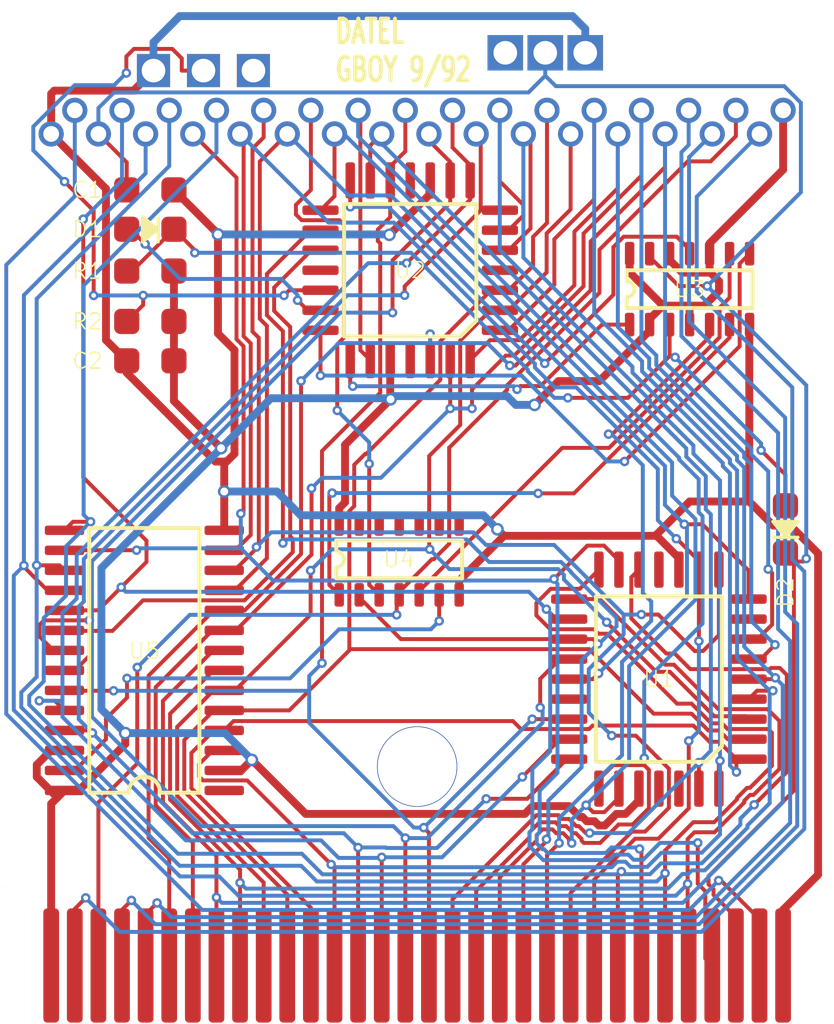
<source format=kicad_pcb>
(kicad_pcb (version 20240108) (generator "pcbnew") (generator_version "8.0")
  (layers (0 "F.Cu" signal) (31 "B.Cu" signal) (34 "B.Paste" user) (35 "F.Paste" user) (36 "B.SilkS" user "B.Silkscreen") (37 "F.SilkS" user "F.Silkscreen") (38 "B.Mask" user) (39 "F.Mask" user) (44 "Edge.Cuts" user))
  (net 0 "")
  (net 2 "/Switch")
  (net 3 "/GND")
  (net 4 "/VCC")
  (net 6 "/A11")
  (net 7 "/D5")
  (net 8 "/A10")
  (net 9 "/D6")
  (net 10 "/D1")
  (net 11 "/D2")
  (net 12 "/SRAM.~{Write}")
  (net 13 "/A5")
  (net 14 "/A2")
  (net 15 "/SRAM.~{CE}{slash}~{OE}")
  (net 16 "/A8")
  (net 17 "/A3")
  (net 18 "/D7")
  (net 19 "/A1")
  (net 20 "/D4")
  (net 21 "/A0")
  (net 22 "/A7")
  (net 23 "/D0")
  (net 24 "/A4")
  (net 25 "/A6")
  (net 26 "/D3")
  (net 27 "/A9")
  (net 28 "/EPROM.~{OE}")
  (net 29 "Net-(D1-A)")
  (net 30 "/Reset")
  (net 31 "/!EPROM.~{OE}")
  (net 32 "/U3A.Reset")
  (net 33 "/Write.Clk")
  (net 34 "/Write.!Q")
  (net 35 "/Write.Q")
  (net 36 "/A15_Game")
  (net 39 "/~{Write}")
  (net 43 "/A15.Sys")
  (net 47 "/A13")
  (net 48 "/A14")
  (net 49 "/A12")
  (net 50 "/EPROM.Clk")
  (net 53 "/CS")
  (net 54 "/Clk")
  (net 55 "/~{Read}")
  (net 56 "/Audio")
  (footprint "GBOY:Switch" (layer "F.Cu") (at 105.425 74.48)
    (property "Reference" "SW1" (hide yes))
    (property "Value" "Slide Switch")
  )
  (footprint "GBOY:SOIC-14" (layer "F.Cu") (at 117.86 105.5)
    (property "Reference" "U4")
    (property "Value" "7432")
  )
  (footprint "GBOY:Button" (layer "F.Cu") (at 127.14 73.35)
    (property "Reference" "SW2" (hide yes))
    (property "Value" "Button")
  )
  (footprint "GBOY:1206 SMD" (layer "F.Cu") (at 142.4 103.6 90)
    (property "Reference" "D2")
    (property "Value" "D_Filled")
  )
  (footprint "GBOY:Edge Connector" (layer "F.Cu") (at 119 131.275)
    (property "Reference" "J1" (hide yes))
    (property "Value" "Cart_Edge_Connector")
  )
  (footprint "GBOY:1206 SMD" (layer "F.Cu") (at 102.05 84.55)
    (property "Reference" "D1")
    (property "Value" "D_Filled")
  )
  (footprint "GBOY:EPROM" (layer "F.Cu") (at 134.36 113.1)
    (property "Reference" "U1")
    (property "Value" "27C256")
  )
  (footprint "GBOY:PALCE" (layer "F.Cu") (at 118.56 87.15)
    (property "Reference" "U2")
    (property "Value" "PALCE_20V8Q-25JC/4")
  )
  (footprint "GBOY:1206 SMD" (layer "F.Cu") (at 102.05 92.9)
    (property "Reference" "C2")
    (property "Value" "100 nF")
  )
  (footprint "GBOY:SOIC-14" (layer "F.Cu") (at 136.31 88.35)
    (property "Reference" "U3")
    (property "Value" "74HC74")
  )
  (footprint "GBOY:1206 SMD" (layer "F.Cu") (at 102.05 82.05)
    (property "Reference" "C1")
    (property "Value" "100 nF")
  )
  (footprint "GBOY:Cartridge Slot" (layer "F.Cu") (at 119 77.75)
    (property "Reference" "J2" (hide yes))
    (property "Value" "Game_Edge_Connector")
  )
  (footprint "GBOY:1206 SMD" (layer "F.Cu") (at 102.05 90.4)
    (property "Reference" "R2")
    (property "Value" "3.3K Ohm")
  )
  (footprint "GBOY:SRAM" (layer "F.Cu") (at 101.67 111.91)
    (property "Reference" "U5")
    (property "Value" "~")
  )
  (footprint "GBOY:1206 SMD" (layer "F.Cu") (at 102.05 87.2)
    (property "Reference" "R1")
    (property "Value" "47K Ohm")
  )
  (footprint "GBOY:Drill Hole" (layer "F.Cu") (at 119 118.65)
    (property "Reference" "Hole" (hide yes))
    (property "Value" "Drill Hole")
  )
  (gr_line (start 143.2 103.1) (end 142.4 104.1) (stroke (width 0.2)) (layer "F.SilkS"))
  (gr_line (start 142.4 104.1) (end 141.6 103.1) (stroke (width 0.2)) (layer "F.SilkS"))
  (gr_line (start 102.55 84.55) (end 101.55 85.35) (stroke (width 0.2)) (layer "F.SilkS"))
  (gr_line (start 101.55 85.35) (end 101.55 83.75) (stroke (width 0.2)) (layer "F.SilkS"))
  (gr_poly (pts (xy 141.6 103.1) (xy 143.2 103.1) (xy 142.4 104.1)) (stroke (width 0.1)) (fill solid) (layer "F.SilkS"))
  (gr_line (start 141.6 103.1) (end 143.2 103.1) (stroke (width 0.2)) (layer "F.SilkS"))
  (gr_line (start 143.2 104.1) (end 141.6 104.1) (stroke (width 0.2)) (layer "F.SilkS"))
  (gr_line (start 101.55 83.75) (end 102.55 84.55) (stroke (width 0.2)) (layer "F.SilkS"))
  (gr_poly (pts (xy 101.55 85.35) (xy 101.55 83.75) (xy 102.55 84.55)) (stroke (width 0.1)) (fill solid) (layer "F.SilkS"))
  (gr_line (start 102.55 83.75) (end 102.55 85.35) (stroke (width 0.2)) (layer "F.SilkS"))
  (gr_arc (start 133 75) (mid 131.93934 74.56066) (end 131.5 73.5) (stroke (width 0.002)) (layer "Edge.Cuts"))
  (gr_line (start 131.5 70) (end 131.5 73.5) (stroke (width 0.002)) (layer "Edge.Cuts"))
  (gr_line (start 100 70) (end 100 73.5) (stroke (width 0.002)) (layer "Edge.Cuts"))
  (gr_line (start 92.5 126.3) (end 92.5 75) (stroke (width 0.002)) (layer "Edge.Cuts"))
  (gr_arc (start 93 126.3) (mid 94.06066 126.73934) (end 94.5 127.8) (stroke (width 0.002)) (layer "Edge.Cuts"))
  (gr_line (start 92.5 75) (end 98.5 75) (stroke (width 0.002)) (layer "Edge.Cuts"))
  (gr_line (start 94.5 135) (end 143.5 135) (stroke (width 0.002)) (layer "Edge.Cuts"))
  (gr_line (start 100 70) (end 131.5 70) (stroke (width 0.002)) (layer "Edge.Cuts"))
  (gr_line (start 92.5 126.3) (end 93 126.3) (stroke (width 0.002)) (layer "Edge.Cuts"))
  (gr_line (start 145.5 126.3) (end 145.5 75) (stroke (width 0.002)) (layer "Edge.Cuts"))
  (gr_line (start 143.5 127.8) (end 143.5 135) (stroke (width 0.002)) (layer "Edge.Cuts"))
  (gr_line (start 94.5 127.8) (end 94.5 135) (stroke (width 0.002)) (layer "Edge.Cuts"))
  (gr_line (start 133 75) (end 145.5 75) (stroke (width 0.002)) (layer "Edge.Cuts"))
  (gr_arc (start 143.5 127.8) (mid 143.93934 126.73934) (end 145 126.3) (stroke (width 0.002)) (layer "Edge.Cuts"))
  (gr_line (start 145 126.3) (end 145.5 126.3) (stroke (width 0.002)) (layer "Edge.Cuts"))
  (gr_arc (start 100 73.5) (mid 99.56066 74.56066) (end 98.5 75) (stroke (width 0.002)) (layer "Edge.Cuts"))
  (gr_text "DATEL\nGBOY 9/92" (at 113.67 75.29 0) (layer "F.SilkS") (effects (font (size 1.5 1) (thickness 0.25) (bold yes)) (justify left bottom)))
  (segment (start 100.5263 73.5821) (end 101.0051 73.1033) (width 0.25) (layer "F.Cu") (net 2))
  (segment (start 101.5944 89.3556) (end 101.5944 88.7497) (width 0.25) (layer "F.Cu") (net 2))
  (segment (start 100.55 90.4) (end 101.5944 89.3556) (width 0.25) (layer "F.Cu") (net 2))
  (segment (start 104.0483 73.7055) (end 104.0483 74.48) (width 0.25) (layer "F.Cu") (net 2))
  (segment (start 103.4461 73.1033) (end 104.0483 73.7055) (width 0.25) (layer "F.Cu") (net 2))
  (segment (start 96.5988 81.5255) (end 98.4489 83.3756) (width 0.25) (layer "F.Cu") (net 2))
  (segment (start 110.8701 88.42) (end 112.86 88.42) (width 0.25) (layer "F.Cu") (net 2))
  (segment (start 101.0051 73.1033) (end 103.4461 73.1033) (width 0.25) (layer "F.Cu") (net 2))
  (segment (start 110.5404 88.7497) (end 110.8701 88.42) (width 0.25) (layer "F.Cu") (net 2))
  (segment (start 100.5263 74.6322) (end 100.5263 73.5821) (width 0.25) (layer "F.Cu") (net 2))
  (segment (start 98.4489 83.3756) (end 98.4489 88.7497) (width 0.25) (layer "F.Cu") (net 2))
  (segment (start 105.425 74.48) (end 104.0483 74.48) (width 0.25) (layer "F.Cu") (net 2))
  (via (at 110.5404 88.7497) (size 0.6) (drill 0.3) (layers "F.Cu" "B.Cu") (net 2))
  (via (at 101.5944 88.7497) (size 0.6) (drill 0.3) (layers "F.Cu" "B.Cu") (net 2))
  (via (at 96.5988 81.5255) (size 0.6) (drill 0.3) (layers "F.Cu" "B.Cu") (net 2))
  (via (at 100.5263 74.6322) (size 0.6) (drill 0.3) (layers "F.Cu" "B.Cu") (net 2))
  (via (at 98.4489 88.7497) (size 0.6) (drill 0.3) (layers "F.Cu" "B.Cu") (net 2))
  (segment (start 101.5944 88.7497) (end 98.4489 88.7497) (width 0.25) (layer "B.Cu") (net 2))
  (segment (start 100.5263 74.6322) (end 99.7537 75.4048) (width 0.25) (layer "B.Cu") (net 2))
  (segment (start 94.6153 79.542) (end 96.5988 81.5255) (width 0.25) (layer "B.Cu") (net 2))
  (segment (start 94.6153 78.0337) (end 94.6153 79.542) (width 0.25) (layer "B.Cu") (net 2))
  (segment (start 110.5404 88.7497) (end 101.5944 88.7497) (width 0.25) (layer "B.Cu") (net 2))
  (segment (start 99.7537 75.4048) (end 97.2442 75.4048) (width 0.25) (layer "B.Cu") (net 2))
  (segment (start 97.2442 75.4048) (end 94.6153 78.0337) (width 0.25) (layer "B.Cu") (net 2))
  (segment (start 144.4724 105.1179) (end 142.7114 103.3569) (width 0.5) (layer "F.Cu") (net 3))
  (segment (start 95.75 78.5) (end 95.75 75.95) (width 0.5) (layer "F.Cu") (net 3))
  (segment (start 106.3455 84.8454) (end 106.3455 84.8763) (width 0.5) (layer "F.Cu") (net 3))
  (segment (start 144.4724 125.518) (end 144.4724 105.1179) (width 0.5) (layer "F.Cu") (net 3))
  (segment (start 106.3455 91.1648) (end 107.3962 92.2155) (width 0.5) (layer "F.Cu") (net 3))
  (segment (start 124.5165 104.0061) (end 124.0991 103.5887) (width 0.5) (layer "F.Cu") (net 3))
  (segment (start 99.2312 91.5812) (end 99.2312 81.9812) (width 0.5) (layer "F.Cu") (net 3))
  (segment (start 124.5165 104.0061) (end 134.226 104.0061) (width 0.5) (layer "F.Cu") (net 3))
  (segment (start 107.3962 98.7952) (end 106.8973 99.2941) (width 0.5) (layer "F.Cu") (net 3))
  (segment (start 142.25 127.7404) (end 144.4724 125.518) (width 0.5) (layer "F.Cu") (net 3))
  (segment (start 106.3454 84.8454) (end 106.3455 84.8454) (width 0.5) (layer "F.Cu") (net 3))
  (segment (start 121.67 107.75) (end 121.67 106.8526) (width 0.5) (layer "F.Cu") (net 3))
  (segment (start 140.1012 90.6188) (end 140.1012 101.8282) (width 0.5) (layer "F.Cu") (net 3))
  (segment (start 100.55 92.9) (end 99.2312 91.5812) (width 0.5) (layer "F.Cu") (net 3))
  (segment (start 134.226 104.0061) (end 134.226 104.0138) (width 0.5) (layer "F.Cu") (net 3))
  (segment (start 134.226 104.0138) (end 135.63 105.4178) (width 0.5) (layer "F.Cu") (net 3))
  (segment (start 100.55 93.655) (end 106.1891 99.2941) (width 0.5) (layer "F.Cu") (net 3))
  (segment (start 100.98 75.75) (end 102.25 74.48) (width 0.5) (layer "F.Cu") (net 3))
  (segment (start 99.2312 81.9812) (end 95.75 78.5) (width 0.5) (layer "F.Cu") (net 3))
  (segment (start 106.1891 99.2941) (end 106.745 99.2941) (width 0.5) (layer "F.Cu") (net 3))
  (segment (start 121.67 106.8526) (end 124.5165 104.0061) (width 0.5) (layer "F.Cu") (net 3))
  (segment (start 140.12 90.6) (end 140.1012 90.6188) (width 0.5) (layer "F.Cu") (net 3))
  (segment (start 135.63 105.4178) (end 135.63 106.15) (width 0.5) (layer "F.Cu") (net 3))
  (segment (start 100.55 92.9) (end 100.55 93.655) (width 0.5) (layer "F.Cu") (net 3))
  (segment (start 119.83 81.45) (end 119.83 82.3061) (width 0.5) (layer "F.Cu") (net 3))
  (segment (start 95.95 75.75) (end 100.98 75.75) (width 0.5) (layer "F.Cu") (net 3))
  (segment (start 119.83 82.3061) (end 117.2359 84.9002) (width 0.5) (layer "F.Cu") (net 3))
  (segment (start 134.226 103.9112) (end 134.226 104.0061) (width 0.5) (layer "F.Cu") (net 3))
  (segment (start 106.8973 99.2941) (end 106.745 99.2941) (width 0.5) (layer "F.Cu") (net 3))
  (segment (start 107.3962 92.2155) (end 107.3962 98.7952) (width 0.5) (layer "F.Cu") (net 3))
  (segment (start 95.75 75.95) (end 95.95 75.75) (width 0.5) (layer "F.Cu") (net 3))
  (segment (start 136.309 101.8282) (end 134.226 103.9112) (width 0.5) (layer "F.Cu") (net 3))
  (segment (start 141.6299 103.3569) (end 140.1012 101.8282) (width 0.5) (layer "F.Cu") (net 3))
  (segment (start 142.25 131.275) (end 142.25 127.7404) (width 0.5) (layer "F.Cu") (net 3))
  (segment (start 106.745 99.2941) (end 106.745 101.1921) (width 0.5) (layer "F.Cu") (net 3))
  (segment (start 103.55 82.05) (end 106.3454 84.8454) (width 0.5) (layer "F.Cu") (net 3))
  (segment (start 106.3455 84.8763) (end 106.3455 91.1648) (width 0.5) (layer "F.Cu") (net 3))
  (segment (start 140.1012 101.8282) (end 136.309 101.8282) (width 0.5) (layer "F.Cu") (net 3))
  (segment (start 106.745 101.1921) (end 106.745 103.655) (width 0.5) (layer "F.Cu") (net 3))
  (segment (start 142.7114 103.3569) (end 141.6299 103.3569) (width 0.5) (layer "F.Cu") (net 3))
  (via (at 106.3455 84.8763) (size 0.8) (drill 0.5) (layers "F.Cu" "B.Cu") (net 3))
  (via (at 124.0991 103.5887) (size 0.8) (drill 0.5) (layers "F.Cu" "B.Cu") (net 3))
  (via (at 106.745 101.1921) (size 0.8) (drill 0.5) (layers "F.Cu" "B.Cu") (net 3))
  (via (at 117.2359 84.9002) (size 0.8) (drill 0.5) (layers "F.Cu" "B.Cu") (net 3))
  (segment (start 111.5979 102.7023) (end 110.0877 101.1921) (width 0.5) (layer "B.Cu") (net 3))
  (segment (start 102.25 72.69) (end 103.92 71.02) (width 0.5) (layer "B.Cu") (net 3))
  (segment (start 128.87 71.02) (end 129.68 71.83) (width 0.5) (layer "B.Cu") (net 3))
  (segment (start 129.68 71.83) (end 129.68 73.35) (width 0.5) (layer "B.Cu") (net 3))
  (segment (start 117.212 84.8763) (end 117.2359 84.9002) (width 0.5) (layer "B.Cu") (net 3))
  (segment (start 124.0991 103.5887) (end 123.2127 102.7023) (width 0.5) (layer "B.Cu") (net 3))
  (segment (start 102.25 74.48) (end 102.25 72.69) (width 0.5) (layer "B.Cu") (net 3))
  (segment (start 103.92 71.02) (end 128.87 71.02) (width 0.5) (layer "B.Cu") (net 3))
  (segment (start 106.3455 84.8763) (end 117.212 84.8763) (width 0.5) (layer "B.Cu") (net 3))
  (segment (start 110.0877 101.1921) (end 106.745 101.1921) (width 0.5) (layer "B.Cu") (net 3))
  (segment (start 123.2127 102.7023) (end 111.5979 102.7023) (width 0.5) (layer "B.Cu") (net 3))
  (segment (start 137.58 87.3043) (end 135.8449 87.3043) (width 0.5) (layer "F.Cu") (net 4))
  (segment (start 137.58 87.3043) (end 137.58 86.1) (width 0.5) (layer "F.Cu") (net 4))
  (segment (start 114.05 103.25) (end 114.05 102.2488) (width 0.5) (layer "F.Cu") (net 4))
  (segment (start 103.55 95.4479) (end 103.55 92.9) (width 0.5) (layer "F.Cu") (net 4))
  (segment (start 130.5398 122.3884) (end 130.2688 122.1174) (width 0.5) (layer "F.Cu") (net 4))
  (segment (start 111.9235 121.6532) (end 108.4943 118.224) (width 0.5) (layer "F.Cu") (net 4))
  (segment (start 129.507 121.8508) (end 129.344 121.8508) (width 0.5) (layer "F.Cu") (net 4))
  (segment (start 130.2688 122.1174) (end 129.7736 122.1174) (width 0.5) (layer "F.Cu") (net 4))
  (segment (start 117.29 92.85) (end 117.29 95.3148) (width 0.5) (layer "F.Cu") (net 4))
  (segment (start 128.6507 121.1575) (end 126.3452 121.1575) (width 0.5) (layer "F.Cu") (net 4))
  (segment (start 126.2305 121.2722) (end 126.2245 121.2722) (width 0.5) (layer "F.Cu") (net 4))
  (segment (start 138.1793 87.8435) (end 138.1793 88.4663) (width 0.5) (layer "F.Cu") (net 4))
  (segment (start 97.5088 120.165) (end 100.4557 117.2181) (width 0.5) (layer "F.Cu") (net 4))
  (segment (start 130.9206 122.3884) (end 130.5398 122.3884) (width 0.5) (layer "F.Cu") (net 4))
  (segment (start 132.5 86.1) (end 132.5 87.2799) (width 0.5) (layer "F.Cu") (net 4))
  (segment (start 137.2498 89.3958) (end 136.31 89.3958) (width 0.5) (layer "F.Cu") (net 4))
  (segment (start 114.05 102.2488) (end 114.4185 101.8803) (width 0.5) (layer "F.Cu") (net 4))
  (segment (start 125.8435 121.6532) (end 111.9235 121.6532) (width 0.5) (layer "F.Cu") (net 4))
  (segment (start 96.595 120.165) (end 96.1442 120.6158) (width 0.5) (layer "F.Cu") (net 4))
  (segment (start 137.58 86.1) (end 137.58 85.4408) (width 0.5) (layer "F.Cu") (net 4))
  (segment (start 132.2391 121.6532) (end 131.6558 121.6532) (width 0.5) (layer "F.Cu") (net 4))
  (segment (start 136.31 89.3958) (end 136.31 90.6) (width 0.5) (layer "F.Cu") (net 4))
  (segment (start 94.8362 118.5334) (end 95.7446 117.625) (width 0.5) (layer "F.Cu") (net 4))
  (segment (start 126.2245 121.2722) (end 125.8435 121.6532) (width 0.5) (layer "F.Cu") (net 4))
  (segment (start 103.55 92.9) (end 103.55 90.4) (width 0.5) (layer "F.Cu") (net 4))
  (segment (start 96.1442 120.6158) (end 94.8362 119.3078) (width 0.5) (layer "F.Cu") (net 4))
  (segment (start 126.4627 95.6948) (end 127.9723 94.1852) (width 0.5) (layer "F.Cu") (net 4))
  (segment (start 96.595 120.165) (end 97.5088 120.165) (width 0.5) (layer "F.Cu") (net 4))
  (segment (start 127.9723 94.1852) (end 130.5711 94.1852) (width 0.5) (layer "F.Cu") (net 4))
  (segment (start 132.5 87.2799) (end 134.6159 89.3958) (width 0.5) (layer "F.Cu") (net 4))
  (segment (start 117.29 95.3148) (end 117.3119 95.3367) (width 0.5) (layer "F.Cu") (net 4))
  (segment (start 95.7446 117.625) (end 96.595 117.625) (width 0.5) (layer "F.Cu") (net 4))
  (segment (start 129.344 121.8508) (end 128.6507 121.1575) (width 0.5) (layer "F.Cu") (net 4))
  (segment (start 108.4943 118.224) (end 107.8233 118.895) (width 0.5) (layer "F.Cu") (net 4))
  (segment (start 133.09 120.05) (end 133.09 120.8023) (width 0.5) (layer "F.Cu") (net 4))
  (segment (start 96.1442 120.6158) (end 95.75 121.01) (width 0.5) (layer "F.Cu") (net 4))
  (segment (start 100.4557 117.2181) (end 100.4557 116.526) (width 0.5) (layer "F.Cu") (net 4))
  (segment (start 137.58 87.3043) (end 137.6401 87.3043) (width 0.5) (layer "F.Cu") (net 4))
  (segment (start 137.58 85.4408) (end 142.25 80.7708) (width 0.5) (layer "F.Cu") (net 4))
  (segment (start 133.09 120.8023) (end 132.2391 121.6532) (width 0.5) (layer "F.Cu") (net 4))
  (segment (start 107.8233 118.895) (end 106.745 118.895) (width 0.5) (layer "F.Cu") (net 4))
  (segment (start 114.4185 98.2301) (end 117.3119 95.3367) (width 0.5) (layer "F.Cu") (net 4))
  (segment (start 142.25 80.7708) (end 142.25 77) (width 0.5) (layer "F.Cu") (net 4))
  (segment (start 133.77 90.2417) (end 133.77 90.6) (width 0.5) (layer "F.Cu") (net 4))
  (segment (start 135.8449 87.3043) (end 135.04 86.4994) (width 0.5) (layer "F.Cu") (net 4))
  (segment (start 135.04 86.4994) (end 135.04 86.1) (width 0.5) (layer "F.Cu") (net 4))
  (segment (start 131.6558 121.6532) (end 130.9206 122.3884) (width 0.5) (layer "F.Cu") (net 4))
  (segment (start 103.55 90.4) (end 103.55 87.2) (width 0.5) (layer "F.Cu") (net 4))
  (segment (start 126.4606 95.6948) (end 126.4627 95.6948) (width 0.5) (layer "F.Cu") (net 4))
  (segment (start 129.7736 122.1174) (end 129.507 121.8508) (width 0.5) (layer "F.Cu") (net 4))
  (segment (start 134.6159 89.3958) (end 133.77 90.2417) (width 0.5) (layer "F.Cu") (net 4))
  (segment (start 138.1793 88.4663) (end 137.2498 89.3958) (width 0.5) (layer "F.Cu") (net 4))
  (segment (start 126.3452 121.1575) (end 126.2305 121.2722) (width 0.5) (layer "F.Cu") (net 4))
  (segment (start 106.5445 98.4424) (end 103.55 95.4479) (width 0.5) (layer "F.Cu") (net 4))
  (segment (start 130.5711 94.1852) (end 133.77 90.9863) (width 0.5) (layer "F.Cu") (net 4))
  (segment (start 114.4185 101.8803) (end 114.4185 98.2301) (width 0.5) (layer "F.Cu") (net 4))
  (segment (start 133.77 90.9863) (end 133.77 90.6) (width 0.5) (layer "F.Cu") (net 4))
  (segment (start 136.31 89.3958) (end 134.6159 89.3958) (width 0.5) (layer "F.Cu") (net 4))
  (segment (start 94.8362 119.3078) (end 94.8362 118.5334) (width 0.5) (layer "F.Cu") (net 4))
  (segment (start 95.75 121.01) (end 95.75 131.275) (width 0.5) (layer "F.Cu") (net 4))
  (segment (start 137.6401 87.3043) (end 138.1793 87.8435) (width 0.5) (layer "F.Cu") (net 4))
  (via (at 106.5445 98.4424) (size 0.8) (drill 0.5) (layers "F.Cu" "B.Cu") (net 4))
  (via (at 117.3119 95.3367) (size 0.8) (drill 0.5) (layers "F.Cu" "B.Cu") (net 4))
  (via (at 100.4557 116.526) (size 0.8) (drill 0.5) (layers "F.Cu" "B.Cu") (net 4))
  (via (at 108.4943 118.224) (size 0.8) (drill 0.5) (layers "F.Cu" "B.Cu") (net 4))
  (via (at 126.4606 95.6948) (size 0.8) (drill 0.5) (layers "F.Cu" "B.Cu") (net 4))
  (segment (start 100.4557 116.526) (end 98.9419 115.0122) (width 0.5) (layer "B.Cu") (net 4))
  (segment (start 98.9419 115.0122) (end 98.9419 106.045) (width 0.5) (layer "B.Cu") (net 4))
  (segment (start 117.51 95.1386) (end 124.7112 95.1386) (width 0.5) (layer "B.Cu") (net 4))
  (segment (start 117.3119 95.3367) (end 117.51 95.1386) (width 0.5) (layer "B.Cu") (net 4))
  (segment (start 125.2674 95.6948) (end 126.4606 95.6948) (width 0.5) (layer "B.Cu") (net 4))
  (segment (start 108.4943 118.224) (end 106.7963 116.526) (width 0.5) (layer "B.Cu") (net 4))
  (segment (start 98.9419 106.045) (end 106.5445 98.4424) (width 0.5) (layer "B.Cu") (net 4))
  (segment (start 106.7963 116.526) (end 100.4557 116.526) (width 0.5) (layer "B.Cu") (net 4))
  (segment (start 109.7139 95.273) (end 106.5445 98.4424) (width 0.5) (layer "B.Cu") (net 4))
  (segment (start 117.2482 95.273) (end 109.7139 95.273) (width 0.5) (layer "B.Cu") (net 4))
  (segment (start 117.3119 95.3367) (end 117.2482 95.273) (width 0.5) (layer "B.Cu") (net 4))
  (segment (start 124.7112 95.1386) (end 125.2674 95.6948) (width 0.5) (layer "B.Cu") (net 4))
  (segment (start 116.5013 85.2946) (end 116.5013 84.5666) (width 0.25) (layer "F.Cu") (net 6))
  (segment (start 117.29 80.5594) (end 118.25 79.5994) (width 0.25) (layer "F.Cu") (net 6))
  (segment (start 96.62 113.84) (end 99.7162 113.84) (width 0.25) (layer "F.Cu") (net 6))
  (segment (start 112.9562 98.6231) (end 116.6549 94.9244) (width 0.25) (layer "F.Cu") (net 6))
  (segment (start 116.5013 84.5666) (end 117.29 83.7779) (width 0.25) (layer "F.Cu") (net 6))
  (segment (start 96.595 113.815) (end 96.62 113.84) (width 0.25) (layer "F.Cu") (net 6))
  (segment (start 117.29 81.45) (end 117.29 80.5594) (width 0.25) (layer "F.Cu") (net 6))
  (segment (start 119.75 122.8552) (end 119.419 122.5242) (width 0.25) (layer "F.Cu") (net 6))
  (segment (start 116.6549 85.4482) (end 116.5013 85.2946) (width 0.25) (layer "F.Cu") (net 6))
  (segment (start 112.9562 112.0864) (end 112.9562 98.6231) (width 0.25) (layer "F.Cu") (net 6))
  (segment (start 116.6549 94.9244) (end 116.6549 85.4482) (width 0.25) (layer "F.Cu") (net 6))
  (segment (start 119.75 131.275) (end 119.75 122.8552) (width 0.25) (layer "F.Cu") (net 6))
  (segment (start 128.66 115.64) (end 126.3117 115.64) (width 0.25) (layer "F.Cu") (net 6))
  (segment (start 118.25 79.5994) (end 118.25 77) (width 0.25) (layer "F.Cu") (net 6))
  (segment (start 117.29 83.7779) (end 117.29 81.45) (width 0.25) (layer "F.Cu") (net 6))
  (via (at 119.419 122.5242) (size 0.6) (drill 0.3) (layers "F.Cu" "B.Cu") (net 6))
  (via (at 99.7162 113.84) (size 0.6) (drill 0.3) (layers "F.Cu" "B.Cu") (net 6))
  (via (at 112.9562 112.0864) (size 0.6) (drill 0.3) (layers "F.Cu" "B.Cu") (net 6))
  (via (at 126.3117 115.64) (size 0.6) (drill 0.3) (layers "F.Cu" "B.Cu") (net 6))
  (segment (start 112.1423 112.9003) (end 112.9562 112.0864) (width 0.25) (layer "B.Cu") (net 6))
  (segment (start 119.419 122.5242) (end 118.7945 122.5242) (width 0.25) (layer "B.Cu") (net 6))
  (segment (start 112.1423 113.84) (end 99.7162 113.84) (width 0.25) (layer "B.Cu") (net 6))
  (segment (start 119.4275 122.5242) (end 126.3117 115.64) (width 0.25) (layer "B.Cu") (net 6))
  (segment (start 118.7945 122.5242) (end 112.1423 115.872) (width 0.25) (layer "B.Cu") (net 6))
  (segment (start 119.419 122.5242) (end 119.4275 122.5242) (width 0.25) (layer "B.Cu") (net 6))
  (segment (start 112.1423 115.872) (end 112.1423 113.84) (width 0.25) (layer "B.Cu") (net 6))
  (segment (start 112.1423 113.84) (end 112.1423 112.9003) (width 0.25) (layer "B.Cu") (net 6))
  (segment (start 126.5758 108.2741) (end 127.4787 107.3712) (width 0.25) (layer "F.Cu") (net 7))
  (segment (start 140.1438 119.9968) (end 141.5388 118.6018) (width 0.25) (layer "F.Cu") (net 7))
  (segment (start 96.2775 105.8775) (end 96.595 106.195) (width 0.25) (layer "F.Cu") (net 7))
  (segment (start 141.3039 116.2674) (end 138.7251 116.2674) (width 0.25) (layer "F.Cu") (net 7))
  (segment (start 134.75 123.9772) (end 136.5469 122.1803) (width 0.25) (layer "F.Cu") (net 7))
  (segment (start 137.8703 122.1803) (end 139.3321 120.7185) (width 0.25) (layer "F.Cu") (net 7))
  (segment (start 136.5469 122.1803) (end 137.8703 122.1803) (width 0.25) (layer "F.Cu") (net 7))
  (segment (start 135.5103 114.6567) (end 131.0718 110.2182) (width 0.25) (layer "F.Cu") (net 7))
  (segment (start 130.2291 109.9326) (end 127.4562 109.9326) (width 0.25) (layer "F.Cu") (net 7))
  (segment (start 138.7251 116.2674) (end 138.3661 115.9084) (width 0.25) (layer "F.Cu") (net 7))
  (segment (start 129.3288 107.3712) (end 130.55 106.15) (width 0.25) (layer "F.Cu") (net 7))
  (segment (start 137.6874 115.9084) (end 136.4357 114.6567) (width 0.25) (layer "F.Cu") (net 7))
  (segment (start 141.5388 116.5023) (end 141.3039 116.2674) (width 0.25) (layer "F.Cu") (net 7))
  (segment (start 127.4562 109.9326) (end 126.5758 109.0522) (width 0.25) (layer "F.Cu") (net 7))
  (segment (start 136.4357 114.6567) (end 135.5103 114.6567) (width 0.25) (layer "F.Cu") (net 7))
  (segment (start 94.8282 105.8775) (end 96.2775 105.8775) (width 0.25) (layer "F.Cu") (net 7))
  (segment (start 139.9639 119.9968) (end 140.1438 119.9968) (width 0.25) (layer "F.Cu") (net 7))
  (segment (start 126.5758 109.0522) (end 126.5758 108.2741) (width 0.25) (layer "F.Cu") (net 7))
  (segment (start 141.5388 118.6018) (end 141.5388 116.5023) (width 0.25) (layer "F.Cu") (net 7))
  (segment (start 127.4787 107.3712) (end 129.3288 107.3712) (width 0.25) (layer "F.Cu") (net 7))
  (segment (start 134.75 125.4187) (end 134.75 131.275) (width 0.25) (layer "F.Cu") (net 7))
  (segment (start 139.3321 120.6286) (end 139.9639 119.9968) (width 0.25) (layer "F.Cu") (net 7))
  (segment (start 139.3321 120.7185) (end 139.3321 120.6286) (width 0.25) (layer "F.Cu") (net 7))
  (segment (start 130.5147 110.2182) (end 130.2291 109.9326) (width 0.25) (layer "F.Cu") (net 7))
  (segment (start 138.3661 115.9084) (end 137.6874 115.9084) (width 0.25) (layer "F.Cu") (net 7))
  (segment (start 131.0718 110.2182) (end 130.5147 110.2182) (width 0.25) (layer "F.Cu") (net 7))
  (segment (start 134.75 125.4187) (end 134.75 123.9772) (width 0.25) (layer "F.Cu") (net 7))
  (via (at 94.8282 105.8775) (size 0.6) (drill 0.3) (layers "F.Cu" "B.Cu") (net 7))
  (via (at 134.75 125.4187) (size 0.6) (drill 0.3) (layers "F.Cu" "B.Cu") (net 7))
  (segment (start 94.8282 88.9616) (end 94.8282 105.8775) (width 0.25) (layer "B.Cu") (net 7))
  (segment (start 112.6299 125.9423) (end 134.2264 125.9423) (width 0.25) (layer "B.Cu") (net 7))
  (segment (start 93.8506 113.9346) (end 93.8506 114.89) (width 0.25) (layer "B.Cu") (net 7))
  (segment (start 94.8267 112.9585) (end 93.8506 113.9346) (width 0.25) (layer "B.Cu") (net 7))
  (segment (start 134.2264 125.9423) (end 134.75 125.4187) (width 0.25) (layer "B.Cu") (net 7))
  (segment (start 103.25 80.5398) (end 94.8282 88.9616) (width 0.25) (layer "B.Cu") (net 7))
  (segment (start 103.25 77) (end 103.25 80.5398) (width 0.25) (layer "B.Cu") (net 7))
  (segment (start 94.8267 105.879) (end 94.8267 112.9585) (width 0.25) (layer "B.Cu") (net 7))
  (segment (start 93.8506 114.89) (end 103.9067 124.9461) (width 0.25) (layer "B.Cu") (net 7))
  (segment (start 111.6337 124.9461) (end 112.6299 125.9423) (width 0.25) (layer "B.Cu") (net 7))
  (segment (start 103.9067 124.9461) (end 111.6337 124.9461) (width 0.25) (layer "B.Cu") (net 7))
  (segment (start 94.8282 105.8775) (end 94.8267 105.879) (width 0.25) (layer "B.Cu") (net 7))
  (segment (start 98.1733 109.37) (end 95.2915 109.37) (width 0.25) (layer "F.Cu") (net 8))
  (segment (start 121.1 81.45) (end 121.1 80.2743) (width 0.25) (layer "F.Cu") (net 8))
  (segment (start 118.25 131.275) (end 118.25 123.1898) (width 0.25) (layer "F.Cu") (net 8))
  (segment (start 119.75 78.9243) (end 119.75 78.5) (width 0.25) (layer "F.Cu") (net 8))
  (segment (start 117.4361 86.5192) (end 121.1 82.8553) (width 0.25) (layer "F.Cu") (net 8))
  (segment (start 95.8837 111.275) (end 96.595 111.275) (width 0.25) (layer "F.Cu") (net 8))
  (segment (start 95.2915 109.37) (end 95.0113 109.6502) (width 0.25) (layer "F.Cu") (net 8))
  (segment (start 121.1 80.2743) (end 119.75 78.9243) (width 0.25) (layer "F.Cu") (net 8))
  (segment (start 117.4361 89.8413) (end 117.4361 86.5192) (width 0.25) (layer "F.Cu") (net 8))
  (segment (start 128.66 111.83) (end 128.0714 111.83) (width 0.25) (layer "F.Cu") (net 8))
  (segment (start 95.0113 110.4026) (end 95.8837 111.275) (width 0.25) (layer "F.Cu") (net 8))
  (segment (start 121.1 82.8553) (end 121.1 81.45) (width 0.25) (layer "F.Cu") (net 8))
  (segment (start 95.0113 109.6502) (end 95.0113 110.4026) (width 0.25) (layer "F.Cu") (net 8))
  (segment (start 128.0714 111.83) (end 126.8178 113.0836) (width 0.25) (layer "F.Cu") (net 8))
  (segment (start 126.8178 113.0836) (end 126.8178 114.904) (width 0.25) (layer "F.Cu") (net 8))
  (via (at 126.8178 114.904) (size 0.6) (drill 0.3) (layers "F.Cu" "B.Cu") (net 8))
  (via (at 98.1733 109.37) (size 0.6) (drill 0.3) (layers "F.Cu" "B.Cu") (net 8))
  (via (at 118.25 123.1898) (size 0.6) (drill 0.3) (layers "F.Cu" "B.Cu") (net 8))
  (via (at 117.4361 89.8413) (size 0.6) (drill 0.3) (layers "F.Cu" "B.Cu") (net 8))
  (segment (start 118.25 123.1898) (end 117.4893 122.4291) (width 0.25) (layer "B.Cu") (net 8))
  (segment (start 98.3384 115.4832) (end 98.3384 109.37) (width 0.25) (layer "B.Cu") (net 8))
  (segment (start 98.3384 105.6206) (end 114.1177 89.8413) (width 0.25) (layer "B.Cu") (net 8))
  (segment (start 126.9695 115.8716) (end 119.6513 123.1898) (width 0.25) (layer "B.Cu") (net 8))
  (segment (start 117.4893 122.4291) (end 105.2843 122.4291) (width 0.25) (layer "B.Cu") (net 8))
  (segment (start 98.3384 109.37) (end 98.1733 109.37) (width 0.25) (layer "B.Cu") (net 8))
  (segment (start 126.9695 115.0557) (end 126.9695 115.8716) (width 0.25) (layer "B.Cu") (net 8))
  (segment (start 119.6513 123.1898) (end 118.25 123.1898) (width 0.25) (layer "B.Cu") (net 8))
  (segment (start 114.1177 89.8413) (end 117.4361 89.8413) (width 0.25) (layer "B.Cu") (net 8))
  (segment (start 98.3384 109.37) (end 98.3384 105.6206) (width 0.25) (layer "B.Cu") (net 8))
  (segment (start 105.2843 122.4291) (end 98.3384 115.4832) (width 0.25) (layer "B.Cu") (net 8))
  (segment (start 126.8178 114.904) (end 126.9695 115.0557) (width 0.25) (layer "B.Cu") (net 8))
  (segment (start 95.5104 107.465) (end 96.595 107.465) (width 0.25) (layer "F.Cu") (net 9))
  (segment (start 139.7838 120.925) (end 137.8899 122.8189) (width 0.25) (layer "F.Cu") (net 9))
  (segment (start 142.0136 115.7547) (end 142.0136 118.8045) (width 0.25) (layer "F.Cu") (net 9))
  (segment (start 136.1844 131.2094) (end 136.1844 126.0955) (width 0.25) (layer "F.Cu") (net 9))
  (segment (start 130.5945 108.02) (end 134.7578 112.1833) (width 0.25) (layer "F.Cu") (net 9))
  (segment (start 142.0136 118.8045) (end 140.3696 120.4485) (width 0.25) (layer "F.Cu") (net 9))
  (segment (start 134.7578 112.1833) (end 135.3167 112.1833) (width 0.25) (layer "F.Cu") (net 9))
  (segment (start 140.151 120.4485) (end 139.7838 120.8157) (width 0.25) (layer "F.Cu") (net 9))
  (segment (start 141.2639 115.005) (end 142.0136 115.7547) (width 0.25) (layer "F.Cu") (net 9))
  (segment (start 136.1844 123.2474) (end 136.1844 126.0955) (width 0.25) (layer "F.Cu") (net 9))
  (segment (start 94.018 105.9726) (end 95.5104 107.465) (width 0.25) (layer "F.Cu") (net 9))
  (segment (start 136.6129 122.8189) (end 136.1844 123.2474) (width 0.25) (layer "F.Cu") (net 9))
  (segment (start 94.018 105.8902) (end 94.018 105.9726) (width 0.25) (layer "F.Cu") (net 9))
  (segment (start 139.7838 120.8157) (end 139.7838 120.925) (width 0.25) (layer "F.Cu") (net 9))
  (segment (start 135.3167 112.1833) (end 138.1384 115.005) (width 0.25) (layer "F.Cu") (net 9))
  (segment (start 137.8899 122.8189) (end 136.6129 122.8189) (width 0.25) (layer "F.Cu") (net 9))
  (segment (start 136.25 131.275) (end 136.1844 131.2094) (width 0.25) (layer "F.Cu") (net 9))
  (segment (start 140.3696 120.4485) (end 140.151 120.4485) (width 0.25) (layer "F.Cu") (net 9))
  (segment (start 138.1384 115.005) (end 141.2639 115.005) (width 0.25) (layer "F.Cu") (net 9))
  (segment (start 128.66 108.02) (end 130.5945 108.02) (width 0.25) (layer "F.Cu") (net 9))
  (via (at 94.018 105.8902) (size 0.6) (drill 0.3) (layers "F.Cu" "B.Cu") (net 9))
  (via (at 136.1844 126.0955) (size 0.6) (drill 0.3) (layers "F.Cu" "B.Cu") (net 9))
  (segment (start 94.018 105.8902) (end 94.018 88.7337) (width 0.25) (layer "B.Cu") (net 9))
  (segment (start 106.4213 125.6228) (end 107.6442 126.8457) (width 0.25) (layer "B.Cu") (net 9))
  (segment (start 107.6442 126.8457) (end 135.4342 126.8457) (width 0.25) (layer "B.Cu") (net 9))
  (segment (start 101.75 81.0017) (end 101.75 78.5) (width 0.25) (layer "B.Cu") (net 9))
  (segment (start 103.9357 125.6228) (end 106.4213 125.6228) (width 0.25) (layer "B.Cu") (net 9))
  (segment (start 135.4342 126.8457) (end 136.1844 126.0955) (width 0.25) (layer "B.Cu") (net 9))
  (segment (start 94.018 88.7337) (end 101.75 81.0017) (width 0.25) (layer "B.Cu") (net 9))
  (segment (start 94.018 105.8902) (end 93.3734 106.5348) (width 0.25) (layer "B.Cu") (net 9))
  (segment (start 93.3734 106.5348) (end 93.3734 115.0605) (width 0.25) (layer "B.Cu") (net 9))
  (segment (start 93.3734 115.0605) (end 103.9357 125.6228) (width 0.25) (layer "B.Cu") (net 9))
  (segment (start 108.5402 79.4277) (end 108.5402 91.0411) (width 0.25) (layer "F.Cu") (net 10))
  (segment (start 138.17 106.15) (end 138.17 110.31) (width 0.25) (layer "F.Cu") (net 10))
  (segment (start 134.995 121.264) (end 133.482 122.777) (width 0.25) (layer "F.Cu") (net 10))
  (segment (start 132.8955 116.6889) (end 134.995 118.7884) (width 0.25) (layer "F.Cu") (net 10))
  (segment (start 131.3617 116.6889) (end 132.8955 116.6889) (width 0.25) (layer "F.Cu") (net 10))
  (segment (start 132.6407 122.777) (end 128.75 126.6677) (width 0.25) (layer "F.Cu") (net 10))
  (segment (start 109.25 78.7179) (end 108.5402 79.4277) (width 0.25) (layer "F.Cu") (net 10))
  (segment (start 134.3183 109.0009) (end 133.2456 109.0009) (width 0.25) (layer "F.Cu") (net 10))
  (segment (start 108.7927 104.8024) (end 107.4001 106.195) (width 0.25) (layer "F.Cu") (net 10))
  (segment (start 107.4001 106.195) (end 106.745 106.195) (width 0.25) (layer "F.Cu") (net 10))
  (segment (start 137.163 111.317) (end 136.6344 111.317) (width 0.25) (layer "F.Cu") (net 10))
  (segment (start 128.75 126.6677) (end 128.75 131.275) (width 0.25) (layer "F.Cu") (net 10))
  (segment (start 138.17 110.31) (end 137.163 111.317) (width 0.25) (layer "F.Cu") (net 10))
  (segment (start 134.995 118.7884) (end 134.995 121.264) (width 0.25) (layer "F.Cu") (net 10))
  (segment (start 108.9406 104.5697) (end 108.7927 104.7176) (width 0.25) (layer "F.Cu") (net 10))
  (segment (start 108.5402 91.0411) (end 108.9406 91.4415) (width 0.25) (layer "F.Cu") (net 10))
  (segment (start 108.9406 91.4415) (end 108.9406 104.5697) (width 0.25) (layer "F.Cu") (net 10))
  (segment (start 136.6344 111.317) (end 134.3183 109.0009) (width 0.25) (layer "F.Cu") (net 10))
  (segment (start 133.482 122.777) (end 132.6407 122.777) (width 0.25) (layer "F.Cu") (net 10))
  (segment (start 108.7927 104.7176) (end 108.7927 104.8024) (width 0.25) (layer "F.Cu") (net 10))
  (segment (start 109.25 77) (end 109.25 78.7179) (width 0.25) (layer "F.Cu") (net 10))
  (via (at 131.3617 116.6889) (size 0.6) (drill 0.3) (layers "F.Cu" "B.Cu") (net 10))
  (via (at 108.7927 104.7176) (size 0.6) (drill 0.3) (layers "F.Cu" "B.Cu") (net 10))
  (via (at 133.2456 109.0009) (size 0.6) (drill 0.3) (layers "F.Cu" "B.Cu") (net 10))
  (segment (start 132.1198 109.0009) (end 127.7026 104.5837) (width 0.25) (layer "B.Cu") (net 10))
  (segment (start 127.7026 104.5837) (end 123.3739 104.5837) (width 0.25) (layer "B.Cu") (net 10))
  (segment (start 132.1198 110.2521) (end 132.1198 109.0009) (width 0.25) (layer "B.Cu") (net 10))
  (segment (start 131.3617 116.6889) (end 129.9029 115.2301) (width 0.25) (layer "B.Cu") (net 10))
  (segment (start 129.9029 115.2301) (end 129.9029 112.469) (width 0.25) (layer "B.Cu") (net 10))
  (segment (start 123.3739 104.5837) (end 122.5731 103.7829) (width 0.25) (layer "B.Cu") (net 10))
  (segment (start 109.7274 103.7829) (end 108.7927 104.7176) (width 0.25) (layer "B.Cu") (net 10))
  (segment (start 122.5731 103.7829) (end 109.7274 103.7829) (width 0.25) (layer "B.Cu") (net 10))
  (segment (start 132.1198 109.0009) (end 133.2456 109.0009) (width 0.25) (layer "B.Cu") (net 10))
  (segment (start 129.9029 112.469) (end 132.1198 110.2521) (width 0.25) (layer "B.Cu") (net 10))
  (segment (start 108.4277 103.9499) (end 107.4526 104.925) (width 0.25) (layer "F.Cu") (net 11))
  (segment (start 136.9 110.6897) (end 136.9 106.15) (width 0.25) (layer "F.Cu") (net 11))
  (segment (start 107.75 78.5) (end 107.976 78.726) (width 0.25) (layer "F.Cu") (net 11))
  (segment (start 136.2573 121.297) (end 136.2573 117.0209) (width 0.25) (layer "F.Cu") (net 11))
  (segment (start 134.3256 123.2287) (end 136.2573 121.297) (width 0.25) (layer "F.Cu") (net 11))
  (segment (start 108.4277 91.7926) (end 108.4277 103.9499) (width 0.25) (layer "F.Cu") (net 11))
  (segment (start 107.976 78.726) (end 107.976 91.3409) (width 0.25) (layer "F.Cu") (net 11))
  (segment (start 136.9 105.5949) (end 135.4958 104.1907) (width 0.25) (layer "F.Cu") (net 11))
  (segment (start 130.25 131.275) (end 130.25 125.8247) (width 0.25) (layer "F.Cu") (net 11))
  (segment (start 107.976 91.3409) (end 108.4277 91.7926) (width 0.25) (layer "F.Cu") (net 11))
  (segment (start 130.25 125.8247) (end 132.846 123.2287) (width 0.25) (layer "F.Cu") (net 11))
  (segment (start 132.846 123.2287) (end 134.3256 123.2287) (width 0.25) (layer "F.Cu") (net 11))
  (segment (start 135.4658 104.1907) (end 135.4658 104.1906) (width 0.25) (layer "F.Cu") (net 11))
  (segment (start 136.9 106.15) (end 136.9 105.5949) (width 0.25) (layer "F.Cu") (net 11))
  (segment (start 107.4526 104.925) (end 106.745 104.925) (width 0.25) (layer "F.Cu") (net 11))
  (segment (start 135.4958 104.1907) (end 135.4658 104.1907) (width 0.25) (layer "F.Cu") (net 11))
  (via (at 136.9 110.6897) (size 0.6) (drill 0.3) (layers "F.Cu" "B.Cu") (net 11))
  (via (at 136.2573 117.0209) (size 0.6) (drill 0.3) (layers "F.Cu" "B.Cu") (net 11))
  (via (at 135.4658 104.1906) (size 0.6) (drill 0.3) (layers "F.Cu" "B.Cu") (net 11))
  (segment (start 136.9 110.6897) (end 136.9 116.3782) (width 0.25) (layer "B.Cu") (net 11))
  (segment (start 113.377 84.127) (end 107.75 78.5) (width 0.25) (layer "B.Cu") (net 11))
  (segment (start 136.9 116.3782) (end 136.2573 117.0209) (width 0.25) (layer "B.Cu") (net 11))
  (segment (start 134.2924 103.0172) (end 134.2924 99.7642) (width 0.25) (layer "B.Cu") (net 11))
  (segment (start 126.4825 93.3268) (end 126.4825 93.0898) (width 0.25) (layer "B.Cu") (net 11))
  (segment (start 117.5197 84.127) (end 113.377 84.127) (width 0.25) (layer "B.Cu") (net 11))
  (segment (start 135.4658 104.1906) (end 134.2924 103.0172) (width 0.25) (layer "B.Cu") (net 11))
  (segment (start 127.7422 94.5865) (end 126.4825 93.3268) (width 0.25) (layer "B.Cu") (net 11))
  (segment (start 129.1147 94.5865) (end 127.7422 94.5865) (width 0.25) (layer "B.Cu") (net 11))
  (segment (start 126.4825 93.0898) (end 117.5197 84.127) (width 0.25) (layer "B.Cu") (net 11))
  (segment (start 134.2924 99.7642) (end 129.1147 94.5865) (width 0.25) (layer "B.Cu") (net 11))
  (segment (start 99.2309 116.9163) (end 99.2309 115.614) (width 0.25) (layer "F.Cu") (net 12))
  (segment (start 120.4 107.75) (end 120.4 109.4112) (width 0.25) (layer "F.Cu") (net 12))
  (segment (start 99.2309 115.614) (end 100.5674 114.2775) (width 0.25) (layer "F.Cu") (net 12))
  (segment (start 100.5674 114.2775) (end 100.5674 113.0535) (width 0.25) (layer "F.Cu") (net 12))
  (segment (start 97.2522 118.895) (end 99.2309 116.9163) (width 0.25) (layer "F.Cu") (net 12))
  (segment (start 96.595 118.895) (end 97.2522 118.895) (width 0.25) (layer "F.Cu") (net 12))
  (via (at 100.5674 113.0535) (size 0.6) (drill 0.3) (layers "F.Cu" "B.Cu") (net 12))
  (via (at 120.4 109.4112) (size 0.6) (drill 0.3) (layers "F.Cu" "B.Cu") (net 12))
  (segment (start 114.042 109.9369) (end 119.8743 109.9369) (width 0.25) (layer "B.Cu") (net 12))
  (segment (start 100.5674 113.0535) (end 110.9254 113.0535) (width 0.25) (layer "B.Cu") (net 12))
  (segment (start 119.8743 109.9369) (end 120.4 109.4112) (width 0.25) (layer "B.Cu") (net 12))
  (segment (start 110.9254 113.0535) (end 114.042 109.9369) (width 0.25) (layer "B.Cu") (net 12))
  (segment (start 120.4727 91.6476) (end 120.4727 94.1065) (width 0.25) (layer "F.Cu") (net 13))
  (segment (start 104.2063 120.2279) (end 104.2063 116.9655) (width 0.25) (layer "F.Cu") (net 13))
  (segment (start 115.7723 98.8069) (end 115.6955 98.8069) (width 0.25) (layer "F.Cu") (net 13))
  (segment (start 129.9319 111.1965) (end 134.0277 115.2923) (width 0.25) (layer "F.Cu") (net 13))
  (segment (start 115.0026 102.1204) (end 114.6927 102.4303) (width 0.25) (layer "F.Cu") (net 13))
  (segment (start 134.0277 115.2923) (end 136.4325 115.2923) (width 0.25) (layer "F.Cu") (net 13))
  (segment (start 114.6927 111.1965) (end 129.9319 111.1965) (width 0.25) (layer "F.Cu") (net 13))
  (segment (start 110.75 126.7716) (end 104.2063 120.2279) (width 0.25) (layer "F.Cu") (net 13))
  (segment (start 115.0026 99.4998) (end 115.0026 102.1204) (width 0.25) (layer "F.Cu") (net 13))
  (segment (start 127.25 77) (end 127.25 84.1498) (width 0.25) (layer "F.Cu") (net 13))
  (segment (start 124.8151 88.42) (end 124.26 88.42) (width 0.25) (layer "F.Cu") (net 13))
  (segment (start 138.1789 116.3601) (end 138.7288 116.91) (width 0.25) (layer "F.Cu") (net 13))
  (segment (start 120.4727 94.1065) (end 115.7723 98.8069) (width 0.25) (layer "F.Cu") (net 13))
  (segment (start 124.26 88.42) (end 123.7003 88.42) (width 0.25) (layer "F.Cu") (net 13))
  (segment (start 114.6927 111.269) (end 114.6927 111.1965) (width 0.25) (layer "F.Cu") (net 13))
  (segment (start 138.7288 116.91) (end 140.06 116.91) (width 0.25) (layer "F.Cu") (net 13))
  (segment (start 126.3632 85.0366) (end 126.3632 86.8719) (width 0.25) (layer "F.Cu") (net 13))
  (segment (start 114.6927 102.4303) (end 114.6927 111.1965) (width 0.25) (layer "F.Cu") (net 13))
  (segment (start 115.6955 98.8069) (end 115.0026 99.4998) (width 0.25) (layer "F.Cu") (net 13))
  (segment (start 104.2063 116.9655) (end 106.0868 115.085) (width 0.25) (layer "F.Cu") (net 13))
  (segment (start 127.25 84.1498) (end 126.3632 85.0366) (width 0.25) (layer "F.Cu") (net 13))
  (segment (start 137.5003 116.3601) (end 138.1789 116.3601) (width 0.25) (layer "F.Cu") (net 13))
  (segment (start 110.8767 115.085) (end 114.6927 111.269) (width 0.25) (layer "F.Cu") (net 13))
  (segment (start 110.75 131.275) (end 110.75 126.7716) (width 0.25) (layer "F.Cu") (net 13))
  (segment (start 106.745 115.085) (end 110.8767 115.085) (width 0.25) (layer "F.Cu") (net 13))
  (segment (start 136.4325 115.2923) (end 137.5003 116.3601) (width 0.25) (layer "F.Cu") (net 13))
  (segment (start 106.0868 115.085) (end 106.745 115.085) (width 0.25) (layer "F.Cu") (net 13))
  (segment (start 126.3632 86.8719) (end 124.8151 88.42) (width 0.25) (layer "F.Cu") (net 13))
  (segment (start 123.7003 88.42) (end 120.4727 91.6476) (width 0.25) (layer "F.Cu") (net 13))
  (segment (start 106.25 126.9548) (end 106.25 124.3344) (width 0.25) (layer "F.Cu") (net 14))
  (segment (start 141.6741 113.1) (end 141.7566 113.0175) (width 0.25) (layer "F.Cu") (net 14))
  (segment (start 106.25 124.3344) (end 102.851 120.9354) (width 0.25) (layer "F.Cu") (net 14))
  (segment (start 140.06 113.1) (end 141.6741 113.1) (width 0.25) (layer "F.Cu") (net 14))
  (segment (start 131.75 81.9402) (end 128.9914 84.6988) (width 0.25) (layer "F.Cu") (net 14))
  (segment (start 106.25 131.275) (end 106.25 126.9548) (width 0.25) (layer "F.Cu") (net 14))
  (segment (start 128.9914 84.6988) (end 128.9914 88.0994) (width 0.25) (layer "F.Cu") (net 14))
  (segment (start 123.6327 91.5873) (end 122.37 92.85) (width 0.25) (layer "F.Cu") (net 14))
  (segment (start 125.5035 91.5873) (end 123.6327 91.5873) (width 0.25) (layer "F.Cu") (net 14))
  (segment (start 102.851 120.9354) (end 102.851 114.476) (width 0.25) (layer "F.Cu") (net 14))
  (segment (start 106.052 111.275) (end 106.745 111.275) (width 0.25) (layer "F.Cu") (net 14))
  (segment (start 131.75 78.5) (end 131.75 81.9402) (width 0.25) (layer "F.Cu") (net 14))
  (segment (start 128.9914 88.0994) (end 125.5035 91.5873) (width 0.25) (layer "F.Cu") (net 14))
  (segment (start 102.851 114.476) (end 106.052 111.275) (width 0.25) (layer "F.Cu") (net 14))
  (via (at 141.7566 113.0175) (size 0.6) (drill 0.3) (layers "F.Cu" "B.Cu") (net 14))
  (via (at 106.25 126.9548) (size 0.6) (drill 0.3) (layers "F.Cu" "B.Cu") (net 14))
  (segment (start 142.228 113.4889) (end 141.7566 113.0175) (width 0.25) (layer "B.Cu") (net 14))
  (segment (start 139.3228 98.9378) (end 139.3228 99.2117) (width 0.25) (layer "B.Cu") (net 14))
  (segment (start 131.75 90.7492) (end 133.7417 92.7409) (width 0.25) (layer "B.Cu") (net 14))
  (segment (start 135.882 127.2974) (end 137.5283 125.6511) (width 0.25) (layer "B.Cu") (net 14))
  (segment (start 137.8975 125.2548) (end 142.228 120.9243) (width 0.25) (layer "B.Cu") (net 14))
  (segment (start 137.8955 125.2548) (end 137.8975 125.2548) (width 0.25) (layer "B.Cu") (net 14))
  (segment (start 137.5283 125.622) (end 137.8955 125.2548) (width 0.25) (layer "B.Cu") (net 14))
  (segment (start 139.3228 99.2117) (end 139.776 99.6649) (width 0.25) (layer "B.Cu") (net 14))
  (segment (start 133.7417 92.7409) (end 133.7417 93.3567) (width 0.25) (layer "B.Cu") (net 14))
  (segment (start 142.228 120.9243) (end 142.228 113.4889) (width 0.25) (layer "B.Cu") (net 14))
  (segment (start 106.25 126.9548) (end 106.5926 127.2974) (width 0.25) (layer "B.Cu") (net 14))
  (segment (start 137.5283 125.6511) (end 137.5283 125.622) (width 0.25) (layer "B.Cu") (net 14))
  (segment (start 139.776 111.0369) (end 141.7566 113.0175) (width 0.25) (layer "B.Cu") (net 14))
  (segment (start 139.776 99.6649) (end 139.776 111.0369) (width 0.25) (layer "B.Cu") (net 14))
  (segment (start 106.5926 127.2974) (end 135.882 127.2974) (width 0.25) (layer "B.Cu") (net 14))
  (segment (start 131.75 78.5) (end 131.75 90.7492) (width 0.25) (layer "B.Cu") (net 14))
  (segment (start 133.7417 93.3567) (end 139.3228 98.9378) (width 0.25) (layer "B.Cu") (net 14))
  (segment (start 111.0988 105.0363) (end 111.0988 104.2054) (width 0.25) (layer "F.Cu") (net 15))
  (segment (start 98.1942 111.6009) (end 98.1942 110.0388) (width 0.25) (layer "F.Cu") (net 15))
  (segment (start 109.9137 89.7263) (end 109.9137 88.2469) (width 0.25) (layer "F.Cu") (net 15))
  (segment (start 97.2501 112.545) (end 98.1942 111.6009) (width 0.25) (layer "F.Cu") (net 15))
  (segment (start 110.9356 104.0422) (end 110.9356 90.7482) (width 0.25) (layer "F.Cu") (net 15))
  (segment (start 99.646 110.0388) (end 101.5848 108.1) (width 0.25) (layer "F.Cu") (net 15))
  (segment (start 111.0988 104.2054) (end 110.9356 104.0422) (width 0.25) (layer "F.Cu") (net 15))
  (segment (start 96.6288 110.0388) (end 98.1942 110.0388) (width 0.25) (layer "F.Cu") (net 15))
  (segment (start 110.9356 90.7482) (end 109.9137 89.7263) (width 0.25) (layer "F.Cu") (net 15))
  (segment (start 96.595 110.005) (end 96.6288 110.0388) (width 0.25) (layer "F.Cu") (net 15))
  (segment (start 112.2806 85.88) (end 112.86 85.88) (width 0.25) (layer "F.Cu") (net 15))
  (segment (start 98.1942 110.0388) (end 99.646 110.0388) (width 0.25) (layer "F.Cu") (net 15))
  (segment (start 108.0351 108.1) (end 111.0988 105.0363) (width 0.25) (layer "F.Cu") (net 15))
  (segment (start 101.5848 108.1) (end 108.0351 108.1) (width 0.25) (layer "F.Cu") (net 15))
  (segment (start 109.9137 88.2469) (end 112.2806 85.88) (width 0.25) (layer "F.Cu") (net 15))
  (segment (start 96.595 112.545) (end 97.2501 112.545) (width 0.25) (layer "F.Cu") (net 15))
  (segment (start 98.209 116.355) (end 98.3687 116.5147) (width 0.25) (layer "F.Cu") (net 16))
  (segment (start 123.0384 78.7884) (end 123.0384 83.34) (width 0.25) (layer "F.Cu") (net 16))
  (segment (start 96.595 116.355) (end 98.209 116.355) (width 0.25) (layer "F.Cu") (net 16))
  (segment (start 128.66 118.18) (end 128.5071 118.18) (width 0.25) (layer "F.Cu") (net 16))
  (segment (start 122.75 78.5) (end 123.0384 78.7884) (width 0.25) (layer "F.Cu") (net 16))
  (segment (start 123.0384 83.34) (end 118.2052 88.1732) (width 0.25) (layer "F.Cu") (net 16))
  (segment (start 118.2052 88.1732) (end 118.2052 88.7382) (width 0.25) (layer "F.Cu") (net 16))
  (segment (start 128.5071 118.18) (end 125.9916 120.6955) (width 0.25) (layer "F.Cu") (net 16))
  (segment (start 115.25 131.275) (end 115.25 123.7896) (width 0.25) (layer "F.Cu") (net 16))
  (segment (start 124.26 83.34) (end 123.0384 83.34) (width 0.25) (layer "F.Cu") (net 16))
  (segment (start 125.9916 120.6955) (end 123.3873 120.6955) (width 0.25) (layer "F.Cu") (net 16))
  (via (at 115.25 123.7896) (size 0.6) (drill 0.3) (layers "F.Cu" "B.Cu") (net 16))
  (via (at 118.2052 88.7382) (size 0.6) (drill 0.3) (layers "F.Cu" "B.Cu") (net 16))
  (via (at 123.3873 120.6955) (size 0.6) (drill 0.3) (layers "F.Cu" "B.Cu") (net 16))
  (via (at 98.3687 116.5147) (size 0.6) (drill 0.3) (layers "F.Cu" "B.Cu") (net 16))
  (segment (start 97.502 108.4965) (end 97.8221 108.1764) (width 0.25) (layer "B.Cu") (net 16))
  (segment (start 104.7348 122.8808) (end 98.3687 116.5147) (width 0.25) (layer "B.Cu") (net 16))
  (segment (start 97.8221 108.1764) (end 97.8221 105.4751) (width 0.25) (layer "B.Cu") (net 16))
  (segment (start 114.559 88.7382) (end 118.2052 88.7382) (width 0.25) (layer "B.Cu") (net 16))
  (segment (start 97.8221 105.4751) (end 114.559 88.7382) (width 0.25) (layer "B.Cu") (net 16))
  (segment (start 120.2649 123.8179) (end 117.0449 123.8179) (width 0.25) (layer "B.Cu") (net 16))
  (segment (start 117.0096 123.7826) (end 115.257 123.7826) (width 0.25) (layer "B.Cu") (net 16))
  (segment (start 117.0449 123.8179) (end 117.0096 123.7826) (width 0.25) (layer "B.Cu") (net 16))
  (segment (start 115.257 123.7826) (end 115.25 123.7896) (width 0.25) (layer "B.Cu") (net 16))
  (segment (start 123.3873 120.6955) (end 120.2649 123.8179) (width 0.25) (layer "B.Cu") (net 16))
  (segment (start 115.25 123.7896) (end 114.3412 122.8808) (width 0.25) (layer "B.Cu") (net 16))
  (segment (start 97.502 115.648) (end 97.502 108.4965) (width 0.25) (layer "B.Cu") (net 16))
  (segment (start 98.3687 116.5147) (end 97.502 115.648) (width 0.25) (layer "B.Cu") (net 16))
  (segment (start 114.3412 122.8808) (end 104.7348 122.8808) (width 0.25) (layer "B.Cu") (net 16))
  (segment (start 130.25 77) (end 130.25 82.6459) (width 0.25) (layer "F.Cu") (net 17))
  (segment (start 127.7168 88.0583) (end 124.8151 90.96) (width 0.25) (layer "F.Cu") (net 17))
  (segment (start 140.5942 113.8358) (end 140.06 114.37) (width 0.25) (layer "F.Cu") (net 17))
  (segment (start 106.0583 112.545) (end 103.3027 115.3006) (width 0.25) (layer "F.Cu") (net 17))
  (segment (start 130.25 82.6459) (end 127.7168 85.1791) (width 0.25) (layer "F.Cu") (net 17))
  (segment (start 127.7168 85.1791) (end 127.7168 88.0583) (width 0.25) (layer "F.Cu") (net 17))
  (segment (start 106.745 112.545) (end 106.0583 112.545) (width 0.25) (layer "F.Cu") (net 17))
  (segment (start 124.8151 90.96) (end 124.26 90.96) (width 0.25) (layer "F.Cu") (net 17))
  (segment (start 141.6004 113.8358) (end 140.5942 113.8358) (width 0.25) (layer "F.Cu") (net 17))
  (segment (start 107.75 131.275) (end 107.75 126.0246) (width 0.25) (layer "F.Cu") (net 17))
  (segment (start 107.75 125.1955) (end 107.75 126.0246) (width 0.25) (layer "F.Cu") (net 17))
  (segment (start 103.3027 115.3006) (end 103.3027 120.7482) (width 0.25) (layer "F.Cu") (net 17))
  (segment (start 103.3027 120.7482) (end 107.75 125.1955) (width 0.25) (layer "F.Cu") (net 17))
  (via (at 141.6004 113.8358) (size 0.6) (drill 0.3) (layers "F.Cu" "B.Cu") (net 17))
  (via (at 107.75 126.0246) (size 0.6) (drill 0.3) (layers "F.Cu" "B.Cu") (net 17))
  (segment (start 141.3958 120.9762) (end 139.9878 122.3842) (width 0.25) (layer "B.Cu") (net 17))
  (segment (start 135.8495 125.4687) (end 134.9242 126.394) (width 0.25) (layer "B.Cu") (net 17))
  (segment (start 133.29 93.5668) (end 138.8711 99.1479) (width 0.25) (layer "B.Cu") (net 17))
  (segment (start 130.25 77) (end 130.25 89.8881) (width 0.25) (layer "B.Cu") (net 17))
  (segment (start 138.8711 99.1479) (end 138.8711 99.3988) (width 0.25) (layer "B.Cu") (net 17))
  (segment (start 137.2725 125.239) (end 136.4536 125.239) (width 0.25) (layer "B.Cu") (net 17))
  (segment (start 141.3958 113.8358) (end 141.6004 113.8358) (width 0.25) (layer "B.Cu") (net 17))
  (segment (start 139.9878 122.5257) (end 137.7104 124.8031) (width 0.25) (layer "B.Cu") (net 17))
  (segment (start 139.3243 99.852) (end 139.3243 111.7643) (width 0.25) (layer "B.Cu") (net 17))
  (segment (start 133.29 92.9281) (end 133.29 93.5668) (width 0.25) (layer "B.Cu") (net 17))
  (segment (start 137.7084 124.8031) (end 137.2725 125.239) (width 0.25) (layer "B.Cu") (net 17))
  (segment (start 141.3958 113.8358) (end 141.3958 120.9762) (width 0.25) (layer "B.Cu") (net 17))
  (segment (start 136.2239 125.4687) (end 135.8495 125.4687) (width 0.25) (layer "B.Cu") (net 17))
  (segment (start 139.9878 122.3842) (end 139.9878 122.5257) (width 0.25) (layer "B.Cu") (net 17))
  (segment (start 139.3243 111.7643) (end 141.3958 113.8358) (width 0.25) (layer "B.Cu") (net 17))
  (segment (start 130.25 89.8881) (end 133.29 92.9281) (width 0.25) (layer "B.Cu") (net 17))
  (segment (start 108.1194 126.394) (end 107.75 126.0246) (width 0.25) (layer "B.Cu") (net 17))
  (segment (start 136.4536 125.239) (end 136.2239 125.4687) (width 0.25) (layer "B.Cu") (net 17))
  (segment (start 138.8711 99.3988) (end 139.3243 99.852) (width 0.25) (layer "B.Cu") (net 17))
  (segment (start 137.7104 124.8031) (end 137.7084 124.8031) (width 0.25) (layer "B.Cu") (net 17))
  (segment (start 134.9242 126.394) (end 108.1194 126.394) (width 0.25) (layer "B.Cu") (net 17))
  (segment (start 100.2001 107.2694) (end 101.8058 105.6637) (width 0.25) (layer "F.Cu") (net 18))
  (segment (start 137.3061 126.5576) (end 136.8272 126.0787) (width 0.25) (layer "F.Cu") (net 18))
  (segment (start 127.8367 109.29) (end 127.2093 108.6626) (width 0.25) (layer "F.Cu") (net 18))
  (segment (start 97.789 100.2996) (end 97.789 83.908) (width 0.25) (layer "F.Cu") (net 18))
  (segment (start 128.66 109.29) (end 127.8367 109.29) (width 0.25) (layer "F.Cu") (net 18))
  (segment (start 101.8058 104.3164) (end 97.789 100.2996) (width 0.25) (layer "F.Cu") (net 18))
  (segment (start 137.75 131.275) (end 137.3061 130.8311) (width 0.25) (layer "F.Cu") (net 18))
  (segment (start 136.8272 126.0787) (end 136.8272 123.4911) (width 0.25) (layer "F.Cu") (net 18))
  (segment (start 101.8058 105.6637) (end 101.8058 104.3164) (width 0.25) (layer "F.Cu") (net 18))
  (segment (start 98.7345 108.735) (end 96.595 108.735) (width 0.25) (layer "F.Cu") (net 18))
  (segment (start 137.3061 130.8311) (end 137.3061 126.5576) (width 0.25) (layer "F.Cu") (net 18))
  (segment (start 100.2001 107.2694) (end 98.7345 108.735) (width 0.25) (layer "F.Cu") (net 18))
  (via (at 127.2093 108.6626) (size 0.6) (drill 0.3) (layers "F.Cu" "B.Cu") (net 18))
  (via (at 136.8272 123.4911) (size 0.6) (drill 0.3) (layers "F.Cu" "B.Cu") (net 18))
  (via (at 100.2001 107.2694) (size 0.6) (drill 0.3) (layers "F.Cu" "B.Cu") (net 18))
  (via (at 97.789 83.908) (size 0.6) (drill 0.3) (layers "F.Cu" "B.Cu") (net 18))
  (segment (start 126.1394 122.8177) (end 126.3182 122.6389) (width 0.25) (layer "B.Cu") (net 18))
  (segment (start 132.4206 124.2356) (end 131.5273 124.2356) (width 0.25) (layer "B.Cu") (net 18))
  (segment (start 131.1785 124.5844) (end 127.0129 124.5844) (width 0.25) (layer "B.Cu") (net 18))
  (segment (start 127.2093 108.6626) (end 126.1007 107.554) (width 0.25) (layer "B.Cu") (net 18))
  (segment (start 126.3182 122.6389) (end 126.3182 118.8127) (width 0.25) (layer "B.Cu") (net 18))
  (segment (start 127.4513 117.6796) (end 127.4513 108.9046) (width 0.25) (layer "B.Cu") (net 18))
  (segment (start 136.8272 123.4911) (end 134.4305 123.4911) (width 0.25) (layer "B.Cu") (net 18))
  (segment (start 126.3182 118.8127) (end 127.4513 117.6796) (width 0.25) (layer "B.Cu") (net 18))
  (segment (start 133.3573 124.5643) (end 132.7493 124.5643) (width 0.25) (layer "B.Cu") (net 18))
  (segment (start 126.1007 107.554) (end 100.4847 107.554) (width 0.25) (layer "B.Cu") (net 18))
  (segment (start 132.7493 124.5643) (end 132.4206 124.2356) (width 0.25) (layer "B.Cu") (net 18))
  (segment (start 127.4513 108.9046) (end 127.2093 108.6626) (width 0.25) (layer "B.Cu") (net 18))
  (segment (start 126.1394 123.7109) (end 126.1394 122.8177) (width 0.25) (layer "B.Cu") (net 18))
  (segment (start 100.4847 107.554) (end 100.2001 107.2694) (width 0.25) (layer "B.Cu") (net 18))
  (segment (start 127.0129 124.5844) (end 126.1394 123.7109) (width 0.25) (layer "B.Cu") (net 18))
  (segment (start 134.4305 123.4911) (end 133.3573 124.5643) (width 0.25) (layer "B.Cu") (net 18))
  (segment (start 100.25 81.447) (end 97.789 83.908) (width 0.25) (layer "B.Cu") (net 18))
  (segment (start 100.25 77) (end 100.25 81.447) (width 0.25) (layer "B.Cu") (net 18))
  (segment (start 131.5273 124.2356) (end 131.1785 124.5844) (width 0.25) (layer "B.Cu") (net 18))
  (segment (start 129.5713 84.8234) (end 129.5713 88.1651) (width 0.25) (layer "F.Cu") (net 19))
  (segment (start 140.8257 111.83) (end 140.06 111.83) (width 0.25) (layer "F.Cu") (net 19))
  (segment (start 107.4849 110.005) (end 112.2897 105.2002) (width 0.25) (layer "F.Cu") (net 19))
  (segment (start 141.7343 110.9214) (end 140.8257 111.83) (width 0.25) (layer "F.Cu") (net 19))
  (segment (start 104.75 131.275) (end 104.75 123.4733) (width 0.25) (layer "F.Cu") (net 19))
  (segment (start 104.75 123.4733) (end 102.3907 121.114) (width 0.25) (layer "F.Cu") (net 19))
  (segment (start 125.1695 92.5669) (end 124.6312 92.5669) (width 0.25) (layer "F.Cu") (net 19))
  (segment (start 122.4861 94.712) (end 122.4861 95.9248) (width 0.25) (layer "F.Cu") (net 19))
  (segment (start 133.25 77) (end 133.25 81.1447) (width 0.25) (layer "F.Cu") (net 19))
  (segment (start 129.5713 88.1651) (end 125.1695 92.5669) (width 0.25) (layer "F.Cu") (net 19))
  (segment (start 112.2897 105.2002) (end 112.2897 100.9939) (width 0.25) (layer "F.Cu") (net 19))
  (segment (start 124.6312 92.5669) (end 122.4861 94.712) (width 0.25) (layer "F.Cu") (net 19))
  (segment (start 105.9968 110.005) (end 106.745 110.005) (width 0.25) (layer "F.Cu") (net 19))
  (segment (start 133.25 81.1447) (end 129.5713 84.8234) (width 0.25) (layer "F.Cu") (net 19))
  (segment (start 102.3907 113.6111) (end 105.9968 110.005) (width 0.25) (layer "F.Cu") (net 19))
  (segment (start 106.745 110.005) (end 107.4849 110.005) (width 0.25) (layer "F.Cu") (net 19))
  (segment (start 102.3907 121.114) (end 102.3907 113.6111) (width 0.25) (layer "F.Cu") (net 19))
  (segment (start 121.1 92.85) (end 121.1 95.9248) (width 0.25) (layer "F.Cu") (net 19))
  (via (at 112.2897 100.9939) (size 0.6) (drill 0.3) (layers "F.Cu" "B.Cu") (net 19))
  (via (at 141.7343 110.9214) (size 0.6) (drill 0.3) (layers "F.Cu" "B.Cu") (net 19))
  (via (at 121.1 95.9248) (size 0.6) (drill 0.3) (layers "F.Cu" "B.Cu") (net 19))
  (via (at 122.4861 95.9248) (size 0.6) (drill 0.3) (layers "F.Cu" "B.Cu") (net 19))
  (segment (start 116.6998 100.325) (end 112.9585 100.325) (width 0.25) (layer "B.Cu") (net 19))
  (segment (start 134.1934 92.5537) (end 134.1934 93.1673) (width 0.25) (layer "B.Cu") (net 19))
  (segment (start 133.25 77) (end 133.25 91.6103) (width 0.25) (layer "B.Cu") (net 19))
  (segment (start 133.25 91.6103) (end 134.1934 92.5537) (width 0.25) (layer "B.Cu") (net 19))
  (segment (start 134.1934 93.1673) (end 139.7745 98.7484) (width 0.25) (layer "B.Cu") (net 19))
  (segment (start 139.7745 98.7484) (end 139.7745 99.0246) (width 0.25) (layer "B.Cu") (net 19))
  (segment (start 121.1 95.9248) (end 116.6998 100.325) (width 0.25) (layer "B.Cu") (net 19))
  (segment (start 121.1 95.9248) (end 122.4861 95.9248) (width 0.25) (layer "B.Cu") (net 19))
  (segment (start 140.2277 109.4148) (end 141.7343 110.9214) (width 0.25) (layer "B.Cu") (net 19))
  (segment (start 112.9585 100.325) (end 112.9585 100.3251) (width 0.25) (layer "B.Cu") (net 19))
  (segment (start 112.9585 100.3251) (end 112.2897 100.9939) (width 0.25) (layer "B.Cu") (net 19))
  (segment (start 139.7745 99.0246) (end 140.2277 99.4778) (width 0.25) (layer "B.Cu") (net 19))
  (segment (start 140.2277 99.4778) (end 140.2277 109.4148) (width 0.25) (layer "B.Cu") (net 19))
  (segment (start 130.874 104.6277) (end 131.82 105.5737) (width 0.25) (layer "F.Cu") (net 20))
  (segment (start 107.9729 91.9766) (end 107.9729 102.4256) (width 0.25) (layer "F.Cu") (net 20))
  (segment (start 107.5243 91.528) (end 107.9729 91.9766) (width 0.25) (layer "F.Cu") (net 20))
  (segment (start 96.6018 104.9182) (end 96.595 104.925) (width 0.25) (layer "F.Cu") (net 20))
  (segment (start 127.6989 106.7439) (end 129.8151 104.6277) (width 0.25) (layer "F.Cu") (net 20))
  (segment (start 133.25 123.9956) (end 133.1312 123.8768) (width 0.25) (layer "F.Cu") (net 20))
  (segment (start 133.25 131.275) (end 133.25 123.9956) (width 0.25) (layer "F.Cu") (net 20))
  (segment (start 104.75 78.5) (end 107.5243 81.2743) (width 0.25) (layer "F.Cu") (net 20))
  (segment (start 131.82 105.5737) (end 131.82 106.15) (width 0.25) (layer "F.Cu") (net 20))
  (segment (start 101.1758 104.9182) (end 96.6018 104.9182) (width 0.25) (layer "F.Cu") (net 20))
  (segment (start 129.8151 104.6277) (end 130.874 104.6277) (width 0.25) (layer "F.Cu") (net 20))
  (segment (start 107.5243 81.2743) (end 107.5243 91.528) (width 0.25) (layer "F.Cu") (net 20))
  (segment (start 107.9729 102.4256) (end 107.7983 102.6002) (width 0.25) (layer "F.Cu") (net 20))
  (via (at 107.7983 102.6002) (size 0.6) (drill 0.3) (layers "F.Cu" "B.Cu") (net 20))
  (via (at 127.6989 106.7439) (size 0.6) (drill 0.3) (layers "F.Cu" "B.Cu") (net 20))
  (via (at 133.1312 123.8768) (size 0.6) (drill 0.3) (layers "F.Cu" "B.Cu") (net 20))
  (via (at 101.1758 104.9182) (size 0.6) (drill 0.3) (layers "F.Cu" "B.Cu") (net 20))
  (segment (start 107.7983 104.798) (end 107.7983 102.6002) (width 0.25) (layer "B.Cu") (net 20))
  (segment (start 126.5911 123.5238) (end 126.5911 123.0048) (width 0.25) (layer "B.Cu") (net 20))
  (segment (start 101.296 104.798) (end 101.1758 104.9182) (width 0.25) (layer "B.Cu") (net 20))
  (segment (start 126.7836 122.8123) (end 126.7836 120.1845) (width 0.25) (layer "B.Cu") (net 20))
  (segment (start 127.0571 123.891) (end 126.9583 123.891) (width 0.25) (layer "B.Cu") (net 20))
  (segment (start 127.2988 124.1327) (end 127.0571 123.891) (width 0.25) (layer "B.Cu") (net 20))
  (segment (start 130.9914 124.1327) (end 127.2988 124.1327) (width 0.25) (layer "B.Cu") (net 20))
  (segment (start 107.7983 104.798) (end 101.296 104.798) (width 0.25) (layer "B.Cu") (net 20))
  (segment (start 126.9583 123.891) (end 126.5911 123.5238) (width 0.25) (layer "B.Cu") (net 20))
  (segment (start 131.3402 123.7839) (end 130.9914 124.1327) (width 0.25) (layer "B.Cu") (net 20))
  (segment (start 127.6989 106.8418) (end 127.6989 106.7439) (width 0.25) (layer "B.Cu") (net 20))
  (segment (start 133.0383 123.7839) (end 131.3402 123.7839) (width 0.25) (layer "B.Cu") (net 20))
  (segment (start 127.9169 107.0598) (end 127.6989 106.8418) (width 0.25) (layer "B.Cu") (net 20))
  (segment (start 126.7836 120.1845) (end 127.9169 119.0512) (width 0.25) (layer "B.Cu") (net 20))
  (segment (start 127.6989 106.8418) (end 109.8421 106.8418) (width 0.25) (layer "B.Cu") (net 20))
  (segment (start 127.9169 119.0512) (end 127.9169 107.0598) (width 0.25) (layer "B.Cu") (net 20))
  (segment (start 126.5911 123.0048) (end 126.7836 122.8123) (width 0.25) (layer "B.Cu") (net 20))
  (segment (start 133.1312 123.8768) (end 133.0383 123.7839) (width 0.25) (layer "B.Cu") (net 20))
  (segment (start 109.8421 106.8418) (end 107.7983 104.798) (width 0.25) (layer "B.Cu") (net 20))
  (segment (start 140.06 110.56) (end 140.6267 110.56) (width 0.25) (layer "F.Cu") (net 21))
  (segment (start 111.6232 105.163) (end 108.0512 108.735) (width 0.25) (layer "F.Cu") (net 21))
  (segment (start 134.75 80.6017) (end 130.023 85.3287) (width 0.25) (layer "F.Cu") (net 21))
  (segment (start 130.023 85.3287) (end 130.023 88.4194) (width 0.25) (layer "F.Cu") (net 21))
  (segment (start 141.5508 106.3668) (end 141.3031 106.1191) (width 0.25) (layer "F.Cu") (net 21))
  (segment (start 111.6232 94.1757) (end 111.6232 105.163) (width 0.25) (layer "F.Cu") (net 21))
  (segment (start 108.0512 108.735) (end 106.745 108.735) (width 0.25) (layer "F.Cu") (net 21))
  (segment (start 141.5508 109.6359) (end 141.5508 106.3668) (width 0.25) (layer "F.Cu") (net 21))
  (segment (start 125.2431 93.1993) (end 124.8854 93.1993) (width 0.25) (layer "F.Cu") (net 21))
  (segment (start 119.83 92.85) (end 119.83 91.1976) (width 0.25) (layer "F.Cu") (net 21))
  (segment (start 134.75 78.5) (end 134.75 80.6017) (width 0.25) (layer "F.Cu") (net 21))
  (segment (start 103.25 124.4916) (end 101.939 123.1806) (width 0.25) (layer "F.Cu") (net 21))
  (segment (start 101.939 112.8804) (end 106.0844 108.735) (width 0.25) (layer "F.Cu") (net 21))
  (segment (start 101.939 123.1806) (end 101.939 112.8804) (width 0.25) (layer "F.Cu") (net 21))
  (segment (start 140.6267 110.56) (end 141.5508 109.6359) (width 0.25) (layer "F.Cu") (net 21))
  (segment (start 106.0844 108.735) (end 106.745 108.735) (width 0.25) (layer "F.Cu") (net 21))
  (segment (start 103.25 131.275) (end 103.25 124.4916) (width 0.25) (layer "F.Cu") (net 21))
  (segment (start 130.023 88.4194) (end 125.2431 93.1993) (width 0.25) (layer "F.Cu") (net 21))
  (via (at 119.83 91.1976) (size 0.6) (drill 0.3) (layers "F.Cu" "B.Cu") (net 21))
  (via (at 111.6232 94.1757) (size 0.6) (drill 0.3) (layers "F.Cu" "B.Cu") (net 21))
  (via (at 124.8854 93.1993) (size 0.6) (drill 0.3) (layers "F.Cu" "B.Cu") (net 21))
  (via (at 141.3031 106.1191) (size 0.6) (drill 0.3) (layers "F.Cu" "B.Cu") (net 21))
  (segment (start 134.75 93.0093) (end 140.2262 98.4855) (width 0.25) (layer "B.Cu") (net 21))
  (segment (start 140.2262 98.8375) (end 140.5934 99.2047) (width 0.25) (layer "B.Cu") (net 21))
  (segment (start 119.83 91.7749) (end 123.461 91.7749) (width 0.25) (layer "B.Cu") (net 21))
  (segment (start 140.2262 98.4855) (end 140.2262 98.8375) (width 0.25) (layer "B.Cu") (net 21))
  (segment (start 140.5934 99.2047) (end 140.5935 99.2047) (width 0.25) (layer "B.Cu") (net 21))
  (segment (start 114.024 91.7749) (end 119.83 91.7749) (width 0.25) (layer "B.Cu") (net 21))
  (segment (start 123.461 91.7749) (end 124.8854 93.1993) (width 0.25) (layer "B.Cu") (net 21))
  (segment (start 141.3031 99.9143) (end 141.3031 106.1191) (width 0.25) (layer "B.Cu") (net 21))
  (segment (start 111.6232 94.1757) (end 114.024 91.7749) (width 0.25) (layer "B.Cu") (net 21))
  (segment (start 119.83 91.7749) (end 119.83 91.1976) (width 0.25) (layer "B.Cu") (net 21))
  (segment (start 140.5935 99.2047) (end 141.3031 99.9143) (width 0.25) (layer "B.Cu") (net 21))
  (segment (start 134.75 78.5) (end 134.75 93.0093) (width 0.25) (layer "B.Cu") (net 21))
  (segment (start 138.17 118.3549) (end 138.2408 118.2841) (width 0.25) (layer "F.Cu") (net 22))
  (segment (start 125.75 83.676) (end 125.75 83.0049) (width 0.25) (layer "F.Cu") (net 22))
  (segment (start 124.25 81.5049) (end 124.25 77) (width 0.25) (layer "F.Cu") (net 22))
  (segment (start 108.2052 119.53) (end 113.5366 124.8614) (width 0.25) (layer "F.Cu") (net 22))
  (segment (start 113.75 125.0748) (end 113.5366 124.8614) (width 0.25) (layer "F.Cu") (net 22))
  (segment (start 124.816 84.61) (end 125.75 83.676) (width 0.25) (layer "F.Cu") (net 22))
  (segment (start 106.745 117.625) (end 106.0229 117.625) (width 0.25) (layer "F.Cu") (net 22))
  (segment (start 113.75 131.275) (end 113.75 125.0748) (width 0.25) (layer "F.Cu") (net 22))
  (segment (start 125.75 83.0049) (end 124.25 81.5049) (width 0.25) (layer "F.Cu") (net 22))
  (segment (start 105.138 118.5099) (end 105.138 119.2734) (width 0.25) (layer "F.Cu") (net 22))
  (segment (start 105.138 119.2734) (end 105.3946 119.53) (width 0.25) (layer "F.Cu") (net 22))
  (segment (start 105.3946 119.53) (end 108.2052 119.53) (width 0.25) (layer "F.Cu") (net 22))
  (segment (start 106.0229 117.625) (end 105.138 118.5099) (width 0.25) (layer "F.Cu") (net 22))
  (segment (start 124.26 84.61) (end 124.816 84.61) (width 0.25) (layer "F.Cu") (net 22))
  (segment (start 138.17 120.05) (end 138.17 118.3549) (width 0.25) (layer "F.Cu") (net 22))
  (via (at 113.5366 124.8614) (size 0.6) (drill 0.3) (layers "F.Cu" "B.Cu") (net 22))
  (via (at 138.2408 118.2841) (size 0.6) (drill 0.3) (layers "F.Cu" "B.Cu") (net 22))
  (segment (start 131.7144 124.6873) (end 131.3656 125.0361) (width 0.25) (layer "B.Cu") (net 22))
  (segment (start 138.2408 100.4831) (end 136.5509 98.7932) (width 0.25) (layer "B.Cu") (net 22))
  (segment (start 131.3656 125.0361) (end 113.7113 125.0361) (width 0.25) (layer "B.Cu") (net 22))
  (segment (start 136.5509 98.7932) (end 136.5509 98.2677) (width 0.25) (layer "B.Cu") (net 22))
  (segment (start 137.0868 124.1178) (end 134.5201 124.1178) (width 0.25) (layer "B.Cu") (net 22))
  (segment (start 113.7113 125.0361) (end 113.5366 124.8614) (width 0.25) (layer "B.Cu") (net 22))
  (segment (start 132.5622 125.016) (end 132.2335 124.6873) (width 0.25) (layer "B.Cu") (net 22))
  (segment (start 124.25 85.8555) (end 124.25 77) (width 0.25) (layer "B.Cu") (net 22))
  (segment (start 132.2335 124.6873) (end 131.7144 124.6873) (width 0.25) (layer "B.Cu") (net 22))
  (segment (start 133.6219 125.016) (end 132.5622 125.016) (width 0.25) (layer "B.Cu") (net 22))
  (segment (start 138.2408 118.2841) (end 138.2408 100.4831) (width 0.25) (layer "B.Cu") (net 22))
  (segment (start 136.5509 98.2677) (end 133.7966 95.5134) (width 0.25) (layer "B.Cu") (net 22))
  (segment (start 138.2408 118.2841) (end 138.2408 122.9638) (width 0.25) (layer "B.Cu") (net 22))
  (segment (start 133.7966 95.5134) (end 133.7966 95.4021) (width 0.25) (layer "B.Cu") (net 22))
  (segment (start 134.5201 124.1178) (end 133.6219 125.016) (width 0.25) (layer "B.Cu") (net 22))
  (segment (start 133.7966 95.4021) (end 124.25 85.8555) (width 0.25) (layer "B.Cu") (net 22))
  (segment (start 138.2408 122.9638) (end 137.0868 124.1178) (width 0.25) (layer "B.Cu") (net 22))
  (segment (start 107.4219 107.465) (end 109.455 105.4319) (width 0.25) (layer "F.Cu") (net 23))
  (segment (start 109.0039 90.2298) (end 109.0039 80.2461) (width 0.25) (layer "F.Cu") (net 23))
  (segment (start 109.455 105.4319) (end 109.455 90.6809) (width 0.25) (layer "F.Cu") (net 23))
  (segment (start 127.25 124.2755) (end 128.0196 123.5059) (width 0.25) (layer "F.Cu") (net 23))
  (segment (start 109.455 90.6809) (end 109.0039 90.2298) (width 0.25) (layer "F.Cu") (net 23))
  (segment (start 140.06 108.02) (end 140.06 106.2097) (width 0.25) (layer "F.Cu") (net 23))
  (segment (start 106.745 107.465) (end 107.4219 107.465) (width 0.25) (layer "F.Cu") (net 23))
  (segment (start 127.25 131.275) (end 127.25 124.2755) (width 0.25) (layer "F.Cu") (net 23))
  (segment (start 137.1225 103.2722) (end 135.9714 103.2722) (width 0.25) (layer "F.Cu") (net 23))
  (segment (start 140.06 106.2097) (end 137.1225 103.2722) (width 0.25) (layer "F.Cu") (net 23))
  (segment (start 109.0039 80.2461) (end 110.75 78.5) (width 0.25) (layer "F.Cu") (net 23))
  (via (at 128.0196 123.5059) (size 0.6) (drill 0.3) (layers "F.Cu" "B.Cu") (net 23))
  (via (at 135.9714 103.2722) (size 0.6) (drill 0.3) (layers "F.Cu" "B.Cu") (net 23))
  (segment (start 128.0197 121.9273) (end 132.0157 117.9313) (width 0.25) (layer "B.Cu") (net 23))
  (segment (start 117.3307 82.4018) (end 129.0636 94.1347) (width 0.25) (layer "B.Cu") (net 23))
  (segment (start 134.7441 102.0449) (end 135.9714 103.2722) (width 0.25) (layer "B.Cu") (net 23))
  (segment (start 132.0157 112.0111) (end 136.1423 107.8845) (width 0.25) (layer "B.Cu") (net 23))
  (segment (start 132.0157 117.9313) (end 132.0157 112.0111) (width 0.25) (layer "B.Cu") (net 23))
  (segment (start 110.75 78.5) (end 114.6518 82.4018) (width 0.25) (layer "B.Cu") (net 23))
  (segment (start 136.1423 103.4431) (end 135.9714 103.2722) (width 0.25) (layer "B.Cu") (net 23))
  (segment (start 129.0636 94.1347) (end 129.0636 94.1348) (width 0.25) (layer "B.Cu") (net 23))
  (segment (start 114.6518 82.4018) (end 117.3307 82.4018) (width 0.25) (layer "B.Cu") (net 23))
  (segment (start 129.3021 94.1348) (end 134.7441 99.5768) (width 0.25) (layer "B.Cu") (net 23))
  (segment (start 128.0197 123.5059) (end 128.0197 121.9273) (width 0.25) (layer "B.Cu") (net 23))
  (segment (start 136.1423 107.8845) (end 136.1423 103.4431) (width 0.25) (layer "B.Cu") (net 23))
  (segment (start 134.7441 99.5768) (end 134.7441 102.0449) (width 0.25) (layer "B.Cu") (net 23))
  (segment (start 128.0196 123.5059) (end 128.0197 123.5059) (width 0.25) (layer "B.Cu") (net 23))
  (segment (start 129.0636 94.1348) (end 129.3021 94.1348) (width 0.25) (layer "B.Cu") (net 23))
  (segment (start 107.4344 113.815) (end 112.2323 109.0171) (width 0.25) (layer "F.Cu") (net 24))
  (segment (start 127.2286 87.2818) (end 124.8204 89.69) (width 0.25) (layer "F.Cu") (net 24))
  (segment (start 134.185 112.635) (end 135.0528 112.635) (width 0.25) (layer "F.Cu") (net 24))
  (segment (start 128.75 83.2887) (end 127.2286 84.8101) (width 0.25) (layer "F.Cu") (net 24))
  (segment (start 139.8767 115.4567) (end 140.06 115.64) (width 0.25) (layer "F.Cu") (net 24))
  (segment (start 109.25 126.0068) (end 103.7546 120.5114) (width 0.25) (layer "F.Cu") (net 24))
  (segment (start 112.2323 109.0171) (end 112.2323 106.2066) (width 0.25) (layer "F.Cu") (net 24))
  (segment (start 121.735 91.6145) (end 123.6595 89.69) (width 0.25) (layer "F.Cu") (net 24))
  (segment (start 103.7546 120.5114) (end 103.7546 116.132) (width 0.25) (layer "F.Cu") (net 24))
  (segment (start 119.765 98.9391) (end 121.735 96.9691) (width 0.25) (layer "F.Cu") (net 24))
  (segment (start 106.745 113.815) (end 107.4344 113.815) (width 0.25) (layer "F.Cu") (net 24))
  (segment (start 124.8204 89.69) (end 124.26 89.69) (width 0.25) (layer "F.Cu") (net 24))
  (segment (start 128.75 78.5) (end 128.75 83.2887) (width 0.25) (layer "F.Cu") (net 24))
  (segment (start 121.735 96.9691) (end 121.735 91.6145) (width 0.25) (layer "F.Cu") (net 24))
  (segment (start 131.0414 109.4914) (end 134.185 112.635) (width 0.25) (layer "F.Cu") (net 24))
  (segment (start 123.6595 89.69) (end 124.26 89.69) (width 0.25) (layer "F.Cu") (net 24))
  (segment (start 137.8745 115.4567) (end 139.8767 115.4567) (width 0.25) (layer "F.Cu") (net 24))
  (segment (start 127.2286 84.8101) (end 127.2286 87.2818) (width 0.25) (layer "F.Cu") (net 24))
  (segment (start 109.25 131.275) (end 109.25 126.0068) (width 0.25) (layer "F.Cu") (net 24))
  (segment (start 119.7991 104.8613) (end 119.765 104.8272) (width 0.25) (layer "F.Cu") (net 24))
  (segment (start 103.7546 116.132) (end 106.0716 113.815) (width 0.25) (layer "F.Cu") (net 24))
  (segment (start 135.0528 112.635) (end 137.8745 115.4567) (width 0.25) (layer "F.Cu") (net 24))
  (segment (start 106.0716 113.815) (end 106.745 113.815) (width 0.25) (layer "F.Cu") (net 24))
  (segment (start 119.765 104.8272) (end 119.765 98.9391) (width 0.25) (layer "F.Cu") (net 24))
  (via (at 112.2323 106.2066) (size 0.6) (drill 0.3) (layers "F.Cu" "B.Cu") (net 24))
  (via (at 119.7991 104.8613) (size 0.6) (drill 0.3) (layers "F.Cu" "B.Cu") (net 24))
  (via (at 131.0414 109.4914) (size 0.6) (drill 0.3) (layers "F.Cu" "B.Cu") (net 24))
  (segment (start 127.9585 106.1172) (end 121.055 106.1172) (width 0.25) (layer "B.Cu") (net 24))
  (segment (start 128.3256 106.4843) (end 127.9585 106.1172) (width 0.25) (layer "B.Cu") (net 24))
  (segment (start 128.3256 106.7756) (end 128.3256 106.4843) (width 0.25) (layer "B.Cu") (net 24))
  (segment (start 131.0414 109.4914) (end 128.3256 106.7756) (width 0.25) (layer "B.Cu") (net 24))
  (segment (start 112.2323 106.2066) (end 113.5776 104.8613) (width 0.25) (layer "B.Cu") (net 24))
  (segment (start 121.055 106.1172) (end 119.7991 104.8613) (width 0.25) (layer "B.Cu") (net 24))
  (segment (start 113.5776 104.8613) (end 119.7991 104.8613) (width 0.25) (layer "B.Cu") (net 24))
  (segment (start 130.1446 116.0475) (end 136.5489 116.0475) (width 0.25) (layer "F.Cu") (net 25))
  (segment (start 136.5489 116.0475) (end 137.5764 117.075) (width 0.25) (layer "F.Cu") (net 25))
  (segment (start 106.745 116.355) (end 107.3381 115.7619) (width 0.25) (layer "F.Cu") (net 25))
  (segment (start 124.26 85.88) (end 124.8189 85.88) (width 0.25) (layer "F.Cu") (net 25))
  (segment (start 112.25 127.61) (end 104.658 120.018) (width 0.25) (layer "F.Cu") (net 25))
  (segment (start 104.658 117.7869) (end 106.0899 116.355) (width 0.25) (layer "F.Cu") (net 25))
  (segment (start 129.9248 116.2673) (end 130.1446 116.0475) (width 0.25) (layer "F.Cu") (net 25))
  (segment (start 125.0852 115.7619) (end 125.5906 116.2673) (width 0.25) (layer "F.Cu") (net 25))
  (segment (start 104.658 120.018) (end 104.658 117.7869) (width 0.25) (layer "F.Cu") (net 25))
  (segment (start 139.285 118.18) (end 140.06 118.18) (width 0.25) (layer "F.Cu") (net 25))
  (segment (start 126.2017 84.4972) (end 126.2017 78.9517) (width 0.25) (layer "F.Cu") (net 25))
  (segment (start 112.25 131.275) (end 112.25 127.61) (width 0.25) (layer "F.Cu") (net 25))
  (segment (start 125.5906 116.2673) (end 129.9248 116.2673) (width 0.25) (layer "F.Cu") (net 25))
  (segment (start 139.285 118.18) (end 139.285 118.9961) (width 0.25) (layer "F.Cu") (net 25))
  (segment (start 137.5764 117.075) (end 138.18 117.075) (width 0.25) (layer "F.Cu") (net 25))
  (segment (start 138.18 117.075) (end 139.285 118.18) (width 0.25) (layer "F.Cu") (net 25))
  (segment (start 126.2017 78.9517) (end 125.75 78.5) (width 0.25) (layer "F.Cu") (net 25))
  (segment (start 107.3381 115.7619) (end 125.0852 115.7619) (width 0.25) (layer "F.Cu") (net 25))
  (segment (start 124.8189 85.88) (end 126.2017 84.4972) (width 0.25) (layer "F.Cu") (net 25))
  (segment (start 106.0899 116.355) (end 106.745 116.355) (width 0.25) (layer "F.Cu") (net 25))
  (via (at 139.285 118.9961) (size 0.6) (drill 0.3) (layers "F.Cu" "B.Cu") (net 25))
  (segment (start 138.4194 99.3861) (end 138.4194 99.5859) (width 0.25) (layer "B.Cu") (net 25))
  (segment (start 132.6792 93.2742) (end 132.6792 93.6459) (width 0.25) (layer "B.Cu") (net 25))
  (segment (start 132.6792 93.6459) (end 138.4194 99.3861) (width 0.25) (layer "B.Cu") (net 25))
  (segment (start 138.8726 118.5837) (end 139.285 118.9961) (width 0.25) (layer "B.Cu") (net 25))
  (segment (start 125.75 78.5) (end 125.75 86.345) (width 0.25) (layer "B.Cu") (net 25))
  (segment (start 138.8726 100.0391) (end 138.8726 118.5837) (width 0.25) (layer "B.Cu") (net 25))
  (segment (start 125.75 86.345) (end 132.6792 93.2742) (width 0.25) (layer "B.Cu") (net 25))
  (segment (start 138.4194 99.5859) (end 138.8726 100.0391) (width 0.25) (layer "B.Cu") (net 25))
  (segment (start 132.6068 109.2528) (end 134.8309 111.4769) (width 0.25) (layer "F.Cu") (net 26))
  (segment (start 141.4096 112.465) (end 141.484 112.3906) (width 0.25) (layer "F.Cu") (net 26))
  (segment (start 142.4855 119.0002) (end 140.4105 121.0752) (width 0.25) (layer "F.Cu") (net 26))
  (segment (start 131.75 131.275) (end 131.75 125.5379) (width 0.25) (layer "F.Cu") (net 26))
  (segment (start 142.4855 112.8345) (end 142.4855 119.0002) (width 0.25) (layer "F.Cu") (net 26))
  (segment (start 131.75 125.5379) (end 131.9739 125.314) (width 0.25) (layer "F.Cu") (net 26))
  (segment (start 141.484 112.3906) (end 142.0416 112.3906) (width 0.25) (layer "F.Cu") (net 26))
  (segment (start 98.2546 103.1129) (end 97.1371 103.1129) (width 0.25) (layer "F.Cu") (net 26))
  (segment (start 133.09 106.15) (end 132.6068 106.6332) (width 0.25) (layer "F.Cu") (net 26))
  (segment (start 134.8309 111.4769) (end 135.3672 111.4769) (width 0.25) (layer "F.Cu") (net 26))
  (segment (start 132.6068 106.6332) (end 132.6068 109.2528) (width 0.25) (layer "F.Cu") (net 26))
  (segment (start 136.3553 112.465) (end 141.4096 112.465) (width 0.25) (layer "F.Cu") (net 26))
  (segment (start 142.0416 112.3906) (end 142.4855 112.8345) (width 0.25) (layer "F.Cu") (net 26))
  (segment (start 135.3672 111.4769) (end 136.3553 112.465) (width 0.25) (layer "F.Cu") (net 26))
  (segment (start 97.1371 103.1129) (end 96.595 103.655) (width 0.25) (layer "F.Cu") (net 26))
  (via (at 98.2546 103.1129) (size 0.6) (drill 0.3) (layers "F.Cu" "B.Cu") (net 26))
  (via (at 131.9739 125.314) (size 0.6) (drill 0.3) (layers "F.Cu" "B.Cu") (net 26))
  (via (at 140.4105 121.0752) (size 0.6) (drill 0.3) (layers "F.Cu" "B.Cu") (net 26))
  (segment (start 96.6937 107.8023) (end 96.6937 104.6738) (width 0.25) (layer "B.Cu") (net 26))
  (segment (start 139.5361 121.9496) (end 139.5361 122.3366) (width 0.25) (layer "B.Cu") (net 26))
  (segment (start 96.6937 104.6738) (end 98.2546 103.1129) (width 0.25) (layer "B.Cu") (net 26))
  (segment (start 103.8077 124.1824) (end 94.3555 114.7302) (width 0.25) (layer "B.Cu") (net 26))
  (segment (start 112.9872 125.4891) (end 111.6805 124.1824) (width 0.25) (layer "B.Cu") (net 26))
  (segment (start 132.139 125.4791) (end 131.9739 125.314) (width 0.25) (layer "B.Cu") (net 26))
  (segment (start 106.25 79.6759) (end 97.8125 88.1134) (width 0.25) (layer "B.Cu") (net 26))
  (segment (start 133.7976 125.4791) (end 132.139 125.4791) (width 0.25) (layer "B.Cu") (net 26))
  (segment (start 136.1607 124.7897) (end 134.487 124.7897) (width 0.25) (layer "B.Cu") (net 26))
  (segment (start 95.2784 109.2176) (end 96.6937 107.8023) (width 0.25) (layer "B.Cu") (net 26))
  (segment (start 134.487 124.7897) (end 133.7976 125.4791) (width 0.25) (layer "B.Cu") (net 26))
  (segment (start 131.7988 125.4891) (end 112.9872 125.4891) (width 0.25) (layer "B.Cu") (net 26))
  (segment (start 106.25 77) (end 106.25 79.6759) (width 0.25) (layer "B.Cu") (net 26))
  (segment (start 94.3555 114.7302) (end 94.3555 114.1628) (width 0.25) (layer "B.Cu") (net 26))
  (segment (start 95.2784 113.2399) (end 95.2784 109.2176) (width 0.25) (layer "B.Cu") (net 26))
  (segment (start 136.1631 124.7873) (end 136.1607 124.7897) (width 0.25) (layer "B.Cu") (net 26))
  (segment (start 140.4105 121.0752) (end 139.5361 121.9496) (width 0.25) (layer "B.Cu") (net 26))
  (segment (start 111.6805 124.1824) (end 103.8077 124.1824) (width 0.25) (layer "B.Cu") (net 26))
  (segment (start 137.0854 124.7873) (end 136.1631 124.7873) (width 0.25) (layer "B.Cu") (net 26))
  (segment (start 94.3555 114.1628) (end 95.2784 113.2399) (width 0.25) (layer "B.Cu") (net 26))
  (segment (start 97.8125 88.1134) (end 97.8125 102.6708) (width 0.25) (layer "B.Cu") (net 26))
  (segment (start 139.5361 122.3366) (end 137.0854 124.7873) (width 0.25) (layer "B.Cu") (net 26))
  (segment (start 97.8125 102.6708) (end 98.2546 103.1129) (width 0.25) (layer "B.Cu") (net 26))
  (segment (start 131.9739 125.314) (end 131.7988 125.4891) (width 0.25) (layer "B.Cu") (net 26))
  (segment (start 122.37 81.45) (end 122.37 82.6637) (width 0.25) (layer "F.Cu") (net 27))
  (segment (start 95.9854 114.4754) (end 94.995 114.4754) (width 0.25) (layer "F.Cu") (net 27))
  (segment (start 121.25 77) (end 121.25 79.3633) (width 0.25) (layer "F.Cu") (net 27))
  (segment (start 128.66 116.91) (end 128.0834 116.91) (width 0.25) (layer "F.Cu") (net 27))
  (segment (start 122.37 82.6637) (end 118.334 86.6997) (width 0.25) (layer "F.Cu") (net 27))
  (segment (start 121.25 79.3633) (end 122.37 80.4833) (width 0.25) (layer "F.Cu") (net 27))
  (segment (start 128.0834 116.91) (end 125.6865 119.3069) (width 0.25) (layer "F.Cu") (net 27))
  (segment (start 116.75 131.275) (end 116.75 124.4093) (width 0.25) (layer "F.Cu") (net 27))
  (segment (start 96.595 115.085) (end 95.9854 114.4754) (width 0.25) (layer "F.Cu") (net 27))
  (segment (start 122.37 80.4833) (end 122.37 81.45) (width 0.25) (layer "F.Cu") (net 27))
  (via (at 116.75 124.4093) (size 0.6) (drill 0.3) (layers "F.Cu" "B.Cu") (net 27))
  (via (at 118.334 86.6997) (size 0.6) (drill 0.3) (layers "F.Cu" "B.Cu") (net 27))
  (via (at 125.6865 119.3069) (size 0.6) (drill 0.3) (layers "F.Cu" "B.Cu") (net 27))
  (via (at 94.995 114.4754) (size 0.6) (drill 0.3) (layers "F.Cu" "B.Cu") (net 27))
  (segment (start 97.3703 107.9893) (end 97.3703 105.2193) (width 0.25) (layer "B.Cu") (net 27))
  (segment (start 97.3703 105.2193) (end 115.8899 86.6997) (width 0.25) (layer "B.Cu") (net 27))
  (segment (start 96.4671 108.8925) (end 97.3703 107.9893) (width 0.25) (layer "B.Cu") (net 27))
  (segment (start 116.75 124.4093) (end 116.7133 124.446) (width 0.25) (layer "B.Cu") (net 27))
  (segment (start 96.4671 114.4754) (end 94.995 114.4754) (width 0.25) (layer "B.Cu") (net 27))
  (segment (start 96.4671 114.4754) (end 96.4671 108.8925) (width 0.25) (layer "B.Cu") (net 27))
  (segment (start 104.2991 123.3326) (end 96.4671 115.5006) (width 0.25) (layer "B.Cu") (net 27))
  (segment (start 114.0099 124.446) (end 112.8965 123.3326) (width 0.25) (layer "B.Cu") (net 27))
  (segment (start 116.75 124.4093) (end 120.5841 124.4093) (width 0.25) (layer "B.Cu") (net 27))
  (segment (start 116.7133 124.446) (end 114.0099 124.446) (width 0.25) (layer "B.Cu") (net 27))
  (segment (start 120.5841 124.4093) (end 125.6865 119.3069) (width 0.25) (layer "B.Cu") (net 27))
  (segment (start 112.8965 123.3326) (end 104.2991 123.3326) (width 0.25) (layer "B.Cu") (net 27))
  (segment (start 115.8899 86.6997) (end 118.334 86.6997) (width 0.25) (layer "B.Cu") (net 27))
  (segment (start 96.4671 115.5006) (end 96.4671 114.4754) (width 0.25) (layer "B.Cu") (net 27))
  (segment (start 131.4016 97.5534) (end 131.1579 97.5534) (width 0.25) (layer "F.Cu") (net 28))
  (segment (start 128.66 113.1) (end 130.1667 113.1) (width 0.25) (layer "F.Cu") (net 28))
  (segment (start 130.1667 113.1) (end 130.5296 112.7371) (width 0.25) (layer "F.Cu") (net 28))
  (segment (start 137.58 91.375) (end 131.4016 97.5534) (width 0.25) (layer "F.Cu") (net 28))
  (segment (start 137.58 90.6) (end 137.58 91.375) (width 0.25) (layer "F.Cu") (net 28))
  (via (at 130.5296 112.7371) (size 0.6) (drill 0.3) (layers "F.Cu" "B.Cu") (net 28))
  (via (at 131.1579 97.5534) (size 0.6) (drill 0.3) (layers "F.Cu" "B.Cu") (net 28))
  (segment (start 133.8723 109.3944) (end 133.8723 108.1771) (width 0.25) (layer "B.Cu") (net 28))
  (segment (start 133.3373 99.5257) (end 131.365 97.5534) (width 0.25) (layer "B.Cu") (net 28))
  (segment (start 131.365 97.5534) (end 131.1579 97.5534) (width 0.25) (layer "B.Cu") (net 28))
  (segment (start 133.8723 108.1771) (end 133.3373 107.6421) (width 0.25) (layer "B.Cu") (net 28))
  (segment (start 130.5296 112.7371) (end 133.8723 109.3944) (width 0.25) (layer "B.Cu") (net 28))
  (segment (start 133.3373 107.6421) (end 133.3373 99.5257) (width 0.25) (layer "B.Cu") (net 28))
  (segment (start 132.3927 95.2484) (end 128.5741 95.2484) (width 0.25) (layer "F.Cu") (net 29))
  (segment (start 135.3149 92.6011) (end 135.3881 92.6743) (width 0.25) (layer "F.Cu") (net 29))
  (segment (start 103.55 84.55) (end 104.8724 85.8724) (width 0.25) (layer "F.Cu") (net 29))
  (segment (start 142.4 102.1) (end 142.4 100.1251) (width 0.25) (layer "F.Cu") (net 29))
  (segment (start 100.9 87.2) (end 103.55 84.55) (width 0.25) (layer "F.Cu") (net 29))
  (segment (start 104.8724 85.8724) (end 104.8724 86.0417) (width 0.25) (layer "F.Cu") (net 29))
  (segment (start 135.04 92.6011) (end 135.04 90.6) (width 0.25) (layer "F.Cu") (net 29))
  (segment (start 142.4 100.1251) (end 140.8529 98.578) (width 0.25) (layer "F.Cu") (net 29))
  (segment (start 135.04 92.6011) (end 135.3149 92.6011) (width 0.25) (layer "F.Cu") (net 29))
  (segment (start 100.55 87.2) (end 100.9 87.2) (width 0.25) (layer "F.Cu") (net 29))
  (segment (start 135.04 92.6011) (end 132.3927 95.2484) (width 0.25) (layer "F.Cu") (net 29))
  (via (at 104.8724 86.0417) (size 0.6) (drill 0.3) (layers "F.Cu" "B.Cu") (net 29))
  (via (at 135.3881 92.6743) (size 0.6) (drill 0.3) (layers "F.Cu" "B.Cu") (net 29))
  (via (at 128.5741 95.2484) (size 0.6) (drill 0.3) (layers "F.Cu" "B.Cu") (net 29))
  (via (at 140.8529 98.578) (size 0.6) (drill 0.3) (layers "F.Cu" "B.Cu") (net 29))
  (segment (start 126.0232 93.5539) (end 127.7177 95.2484) (width 0.25) (layer "B.Cu") (net 29))
  (segment (start 127.7177 95.2484) (end 128.5741 95.2484) (width 0.25) (layer "B.Cu") (net 29))
  (segment (start 135.3881 92.6743) (end 140.8529 98.1391) (width 0.25) (layer "B.Cu") (net 29))
  (segment (start 118.6144 86.0417) (end 126.0232 93.4505) (width 0.25) (layer "B.Cu") (net 29))
  (segment (start 140.8529 98.1391) (end 140.8529 98.578) (width 0.25) (layer "B.Cu") (net 29))
  (segment (start 104.8724 86.0417) (end 118.6144 86.0417) (width 0.25) (layer "B.Cu") (net 29))
  (segment (start 126.0232 93.4505) (end 126.0232 93.5539) (width 0.25) (layer "B.Cu") (net 29))
  (segment (start 137.8319 126.791) (end 137.8319 126.4446) (width 0.25) (layer "F.Cu") (net 30))
  (segment (start 137.5125 126.1252) (end 137.5125 125.6063) (width 0.25) (layer "F.Cu") (net 30))
  (segment (start 135.623 88.1552) (end 137.4257 88.1552) (width 0.25) (layer "F.Cu") (net 30))
  (segment (start 137.8319 126.4446) (end 137.5125 126.1252) (width 0.25) (layer "F.Cu") (net 30))
  (segment (start 142.9372 105.6372) (end 143.5336 105.6372) (width 0.25) (layer "F.Cu") (net 30))
  (segment (start 137.5125 125.6063) (end 142.9372 120.1816) (width 0.25) (layer "F.Cu") (net 30))
  (segment (start 133.77 86.3022) (end 135.623 88.1552) (width 0.25) (layer "F.Cu") (net 30))
  (segment (start 100.55 82.05) (end 100.55 80.3) (width 0.25) (layer "F.Cu") (net 30))
  (segment (start 143.5336 105.6372) (end 143.7207 105.4501) (width 0.25) (layer "F.Cu") (net 30))
  (segment (start 142.9372 105.6372) (end 142.4 105.1) (width 0.25) (layer "F.Cu") (net 30))
  (segment (start 100.55 80.3) (end 98.75 78.5) (width 0.25) (layer "F.Cu") (net 30))
  (segment (start 142.9372 120.1816) (end 142.9372 105.6372) (width 0.25) (layer "F.Cu") (net 30))
  (segment (start 139.25 131.275) (end 139.25 128.2091) (width 0.25) (layer "F.Cu") (net 30))
  (segment (start 133.77 86.1) (end 133.77 86.3022) (width 0.25) (layer "F.Cu") (net 30))
  (segment (start 139.25 128.2091) (end 137.8319 126.791) (width 0.25) (layer "F.Cu") (net 30))
  (via (at 137.4257 88.1552) (size 0.6) (drill 0.3) (layers "F.Cu" "B.Cu") (net 30))
  (via (at 143.7207 105.4501) (size 0.6) (drill 0.3) (layers "F.Cu" "B.Cu") (net 30))
  (segment (start 143.379 76.5252) (end 143.379 82.2035) (width 0.25) (layer "B.Cu") (net 30))
  (segment (start 98.75 76.8604) (end 98.75 78.5) (width 0.25) (layer "B.Cu") (net 30))
  (segment (start 143.7207 105.4501) (end 143.7207 94.448) (width 0.25) (layer "B.Cu") (net 30))
  (segment (start 127.14 74.8017) (end 127.8051 75.4668) (width 0.25) (layer "B.Cu") (net 30))
  (segment (start 143.7207 94.448) (end 137.4276 88.1549) (width 0.25) (layer "B.Cu") (net 30))
  (segment (start 142.3206 75.4668) (end 143.379 76.5252) (width 0.25) (layer "B.Cu") (net 30))
  (segment (start 127.14 74.8017) (end 126.0769 75.8648) (width 0.25) (layer "B.Cu") (net 30))
  (segment (start 126.0769 75.8648) (end 99.7456 75.8648) (width 0.25) (layer "B.Cu") (net 30))
  (segment (start 143.379 82.2035) (end 137.4276 88.1549) (width 0.25) (layer "B.Cu") (net 30))
  (segment (start 127.8051 75.4668) (end 142.3206 75.4668) (width 0.25) (layer "B.Cu") (net 30))
  (segment (start 127.14 73.35) (end 127.14 74.8017) (width 0.25) (layer "B.Cu") (net 30))
  (segment (start 137.4276 88.1549) (end 137.426 88.1549) (width 0.25) (layer "B.Cu") (net 30))
  (segment (start 137.426 88.1549) (end 137.4257 88.1552) (width 0.25) (layer "B.Cu") (net 30))
  (segment (start 99.7456 75.8648) (end 98.75 76.8604) (width 0.25) (layer "B.Cu") (net 30))
  (segment (start 113.4227 101.4686) (end 113.6011 101.2902) (width 0.25) (layer "F.Cu") (net 31))
  (segment (start 126.6835 101.3115) (end 128.9634 101.3115) (width 0.25) (layer "F.Cu") (net 31))
  (segment (start 113.4227 107.1227) (end 113.4227 101.4686) (width 0.25) (layer "F.Cu") (net 31))
  (segment (start 138.85 91.4249) (end 138.85 90.6) (width 0.25) (layer "F.Cu") (net 31))
  (segment (start 128.9634 101.3115) (end 138.85 91.4249) (width 0.25) (layer "F.Cu") (net 31))
  (segment (start 114.05 107.75) (end 113.4227 107.1227) (width 0.25) (layer "F.Cu") (net 31))
  (via (at 113.6011 101.2902) (size 0.6) (drill 0.3) (layers "F.Cu" "B.Cu") (net 31))
  (via (at 126.6835 101.3115) (size 0.6) (drill 0.3) (layers "F.Cu" "B.Cu") (net 31))
  (segment (start 113.6011 101.2902) (end 126.6622 101.2902) (width 0.25) (layer "B.Cu") (net 31))
  (segment (start 126.6622 101.2902) (end 126.6835 101.3115) (width 0.25) (layer "B.Cu") (net 31))
  (segment (start 132.5 90.6) (end 130.7419 90.6) (width 0.25) (layer "F.Cu") (net 32))
  (segment (start 114.909 94.5118) (end 114.75 94.3528) (width 0.25) (layer "F.Cu") (net 32))
  (segment (start 114.75 94.3528) (end 114.75 92.85) (width 0.25) (layer "F.Cu") (net 32))
  (segment (start 126.8407 94.5012) (end 125.5521 94.5012) (width 0.25) (layer "F.Cu") (net 32))
  (segment (start 130.7419 90.6) (end 126.8407 94.5012) (width 0.25) (layer "F.Cu") (net 32))
  (segment (start 125.5521 94.5012) (end 125.3459 94.7074) (width 0.25) (layer "F.Cu") (net 32))
  (via (at 114.909 94.5118) (size 0.6) (drill 0.3) (layers "F.Cu" "B.Cu") (net 32))
  (via (at 125.3459 94.7074) (size 0.6) (drill 0.3) (layers "F.Cu" "B.Cu") (net 32))
  (segment (start 125.1503 94.5118) (end 114.909 94.5118) (width 0.25) (layer "B.Cu") (net 32))
  (segment (start 125.3459 94.7074) (end 125.1503 94.5118) (width 0.25) (layer "B.Cu") (net 32))
  (segment (start 132.1223 85.0208) (end 131.4662 85.6769) (width 0.25) (layer "F.Cu") (net 33))
  (segment (start 131.4662 88.7098) (end 127.1093 93.0667) (width 0.25) (layer "F.Cu") (net 33))
  (segment (start 136.31 86.1) (end 136.31 85.8373) (width 0.25) (layer "F.Cu") (net 33))
  (segment (start 114.75 81.45) (end 114.75 83.1267) (width 0.25) (layer "F.Cu") (net 33))
  (segment (start 136.31 85.8373) (end 135.4935 85.0208) (width 0.25) (layer "F.Cu") (net 33))
  (segment (start 131.4662 85.6769) (end 131.4662 88.7098) (width 0.25) (layer "F.Cu") (net 33))
  (segment (start 135.4935 85.0208) (end 132.1223 85.0208) (width 0.25) (layer "F.Cu") (net 33))
  (via (at 114.75 83.1267) (size 0.6) (drill 0.3) (layers "F.Cu" "B.Cu") (net 33))
  (via (at 127.1093 93.0667) (size 0.6) (drill 0.3) (layers "F.Cu" "B.Cu") (net 33))
  (segment (start 117.1693 83.1267) (end 114.75 83.1267) (width 0.25) (layer "B.Cu") (net 33))
  (segment (start 127.1093 93.0667) (end 117.1693 83.1267) (width 0.25) (layer "B.Cu") (net 33))
  (segment (start 132.1769 99.2851) (end 139.4892 91.9728) (width 0.25) (layer "F.Cu") (net 34))
  (segment (start 139.4892 91.9728) (end 139.4892 86.7308) (width 0.25) (layer "F.Cu") (net 34))
  (segment (start 112.86 90.96) (end 112.86 93.836) (width 0.25) (layer "F.Cu") (net 34))
  (segment (start 139.4892 86.7308) (end 140.12 86.1) (width 0.25) (layer "F.Cu") (net 34))
  (via (at 112.86 93.836) (size 0.6) (drill 0.3) (layers "F.Cu" "B.Cu") (net 34))
  (via (at 132.1769 99.2851) (size 0.6) (drill 0.3) (layers "F.Cu" "B.Cu") (net 34))
  (segment (start 125.6326 93.836) (end 112.86 93.836) (width 0.25) (layer "B.Cu") (net 34))
  (segment (start 131.0817 99.2851) (end 125.6326 93.836) (width 0.25) (layer "B.Cu") (net 34))
  (segment (start 132.1769 99.2851) (end 131.0817 99.2851) (width 0.25) (layer "B.Cu") (net 34))
  (segment (start 131.1952 98.4243) (end 138.215 91.4045) (width 0.25) (layer "F.Cu") (net 35))
  (segment (start 119.13 107.75) (end 119.13 107.5092) (width 0.25) (layer "F.Cu") (net 35))
  (segment (start 119.13 107.5092) (end 128.2149 98.4243) (width 0.25) (layer "F.Cu") (net 35))
  (segment (start 138.85 88.8893) (end 138.85 86.1) (width 0.25) (layer "F.Cu") (net 35))
  (segment (start 128.2149 98.4243) (end 131.1952 98.4243) (width 0.25) (layer "F.Cu") (net 35))
  (segment (start 138.215 89.5243) (end 138.85 88.8893) (width 0.25) (layer "F.Cu") (net 35))
  (segment (start 138.215 91.4045) (end 138.215 89.5243) (width 0.25) (layer "F.Cu") (net 35))
  (segment (start 113.925 91.8499) (end 113.925 96.0474) (width 0.25) (layer "F.Cu") (net 36))
  (segment (start 114.3522 91.4227) (end 113.925 91.8499) (width 0.25) (layer "F.Cu") (net 36))
  (segment (start 112.25 82.0496) (end 111.2987 83.0009) (width 0.25) (layer "F.Cu") (net 36))
  (segment (start 112.25 77) (end 112.25 82.0496) (width 0.25) (layer "F.Cu") (net 36))
  (segment (start 114.0643 83.975) (end 114.3522 84.2629) (width 0.25) (layer "F.Cu") (net 36))
  (segment (start 116.59 107.75) (end 115.955 107.115) (width 0.25) (layer "F.Cu") (net 36))
  (segment (start 115.955 107.115) (end 115.955 99.4336) (width 0.25) (layer "F.Cu") (net 36))
  (segment (start 111.2987 83.0009) (end 111.2987 83.6098) (width 0.25) (layer "F.Cu") (net 36))
  (segment (start 114.3522 84.2629) (end 114.3522 91.4227) (width 0.25) (layer "F.Cu") (net 36))
  (segment (start 111.6639 83.975) (end 114.0643 83.975) (width 0.25) (layer "F.Cu") (net 36))
  (segment (start 111.2987 83.6098) (end 111.6639 83.975) (width 0.25) (layer "F.Cu") (net 36))
  (via (at 115.955 99.4336) (size 0.6) (drill 0.3) (layers "F.Cu" "B.Cu") (net 36))
  (via (at 113.925 96.0474) (size 0.6) (drill 0.3) (layers "F.Cu" "B.Cu") (net 36))
  (segment (start 115.955 98.0774) (end 113.925 96.0474) (width 0.25) (layer "B.Cu") (net 36))
  (segment (start 115.955 99.4336) (end 115.955 98.0774) (width 0.25) (layer "B.Cu") (net 36))
  (segment (start 137.6472 80.2407) (end 136.1901 80.2407) (width 0.25) (layer "F.Cu") (net 39))
  (segment (start 101.2191 118.4521) (end 101.2191 112.3556) (width 0.25) (layer "F.Cu") (net 39))
  (segment (start 117.86 107.5701) (end 117.86 107.75) (width 0.25) (layer "F.Cu") (net 39))
  (segment (start 120.0587 105.488) (end 119.9421 105.488) (width 0.25) (layer "F.Cu") (net 39))
  (segment (start 119.9421 105.488) (end 117.86 107.5701) (width 0.25) (layer "F.Cu") (net 39))
  (segment (start 98.75 131.275) (end 98.75 120.9212) (width 0.25) (layer "F.Cu") (net 39))
  (segment (start 124.7192 94.4479) (end 124.7192 94.7308) (width 0.25) (layer "F.Cu") (net 39))
  (segment (start 130.5854 85.8454) (end 130.5854 88.5817) (width 0.25) (layer "F.Cu") (net 39))
  (segment (start 98.75 120.9212) (end 101.2191 118.4521) (width 0.25) (layer "F.Cu") (net 39))
  (segment (start 121.035 104.5117) (end 120.0587 105.488) (width 0.25) (layer "F.Cu") (net 39))
  (segment (start 130.5854 88.5817) (end 124.7192 94.4479) (width 0.25) (layer "F.Cu") (net 39))
  (segment (start 139.25 77) (end 139.25 78.6379) (width 0.25) (layer "F.Cu") (net 39))
  (segment (start 121.035 98.415) (end 121.035 104.5117) (width 0.25) (layer "F.Cu") (net 39))
  (segment (start 117.6986 107.9114) (end 117.86 107.75) (width 0.25) (layer "F.Cu") (net 39))
  (segment (start 117.6986 109.0214) (end 117.6986 107.9114) (width 0.25) (layer "F.Cu") (net 39))
  (segment (start 124.7192 94.7308) (end 121.035 98.415) (width 0.25) (layer "F.Cu") (net 39))
  (segment (start 139.25 78.6379) (end 137.6472 80.2407) (width 0.25) (layer "F.Cu") (net 39))
  (segment (start 136.1901 80.2407) (end 130.5854 85.8454) (width 0.25) (layer "F.Cu") (net 39))
  (via (at 101.2191 112.3556) (size 0.6) (drill 0.3) (layers "F.Cu" "B.Cu") (net 39))
  (via (at 117.6986 109.0214) (size 0.6) (drill 0.3) (layers "F.Cu" "B.Cu") (net 39))
  (segment (start 104.5533 109.0214) (end 101.2191 112.3556) (width 0.25) (layer "B.Cu") (net 39))
  (segment (start 117.6986 109.0214) (end 104.5533 109.0214) (width 0.25) (layer "B.Cu") (net 39))
  (segment (start 125.75 124.8498) (end 127.2178 123.382) (width 0.25) (layer "F.Cu") (net 43))
  (segment (start 112.231 84.61) (end 112.86 84.61) (width 0.25) (layer "F.Cu") (net 43))
  (segment (start 109.4562 90.0055) (end 109.4562 87.3848) (width 0.25) (layer "F.Cu") (net 43))
  (segment (start 130.4856 110.864) (end 130.1816 110.56) (width 0.25) (layer "F.Cu") (net 43))
  (segment (start 115.32 107.9148) (end 115.32 107.75) (width 0.25) (layer "F.Cu") (net 43))
  (segment (start 128.66 110.56) (end 117.9652 110.56) (width 0.25) (layer "F.Cu") (net 43))
  (segment (start 109.4562 87.3848) (end 112.231 84.61) (width 0.25) (layer "F.Cu") (net 43))
  (segment (start 110.4721 91.0214) (end 109.4562 90.0055) (width 0.25) (layer "F.Cu") (net 43))
  (segment (start 110.4721 104.465) (end 110.4721 91.0214) (width 0.25) (layer "F.Cu") (net 43))
  (segment (start 117.9652 110.56) (end 115.32 107.9148) (width 0.25) (layer "F.Cu") (net 43))
  (segment (start 125.75 131.275) (end 125.75 124.8498) (width 0.25) (layer "F.Cu") (net 43))
  (segment (start 127.2178 123.382) (end 127.2178 123.2643) (width 0.25) (layer "F.Cu") (net 43))
  (segment (start 130.1816 110.56) (end 128.66 110.56) (width 0.25) (layer "F.Cu") (net 43))
  (via (at 130.4856 110.864) (size 0.6) (drill 0.3) (layers "F.Cu" "B.Cu") (net 43))
  (via (at 127.2178 123.2643) (size 0.6) (drill 0.3) (layers "F.Cu" "B.Cu") (net 43))
  (via (at 110.4721 104.465) (size 0.6) (drill 0.3) (layers "F.Cu" "B.Cu") (net 43))
  (segment (start 130.4856 110.864) (end 130.5551 110.864) (width 0.25) (layer "B.Cu") (net 43))
  (segment (start 128.7773 106.3269) (end 128.7773 106.2972) (width 0.25) (layer "B.Cu") (net 43))
  (segment (start 122.1437 104.2346) (end 110.7025 104.2346) (width 0.25) (layer "B.Cu") (net 43))
  (segment (start 127.3355 120.8089) (end 129.4512 118.6932) (width 0.25) (layer "B.Cu") (net 43))
  (segment (start 131.6681 109.751) (end 131.6681 109.2177) (width 0.25) (layer "B.Cu") (net 43))
  (segment (start 130.5551 110.864) (end 131.6681 109.751) (width 0.25) (layer "B.Cu") (net 43))
  (segment (start 127.2178 123.2643) (end 127.3355 123.1466) (width 0.25) (layer "B.Cu") (net 43))
  (segment (start 123.5746 105.6655) (end 122.1437 104.2346) (width 0.25) (layer "B.Cu") (net 43))
  (segment (start 110.7025 104.2346) (end 110.4721 104.465) (width 0.25) (layer "B.Cu") (net 43))
  (segment (start 129.4512 118.6932) (end 129.4512 111.8984) (width 0.25) (layer "B.Cu") (net 43))
  (segment (start 128.1456 105.6655) (end 123.5746 105.6655) (width 0.25) (layer "B.Cu") (net 43))
  (segment (start 127.3355 123.1466) (end 127.3355 120.8089) (width 0.25) (layer "B.Cu") (net 43))
  (segment (start 128.7773 106.2972) (end 128.1456 105.6655) (width 0.25) (layer "B.Cu") (net 43))
  (segment (start 129.4512 111.8984) (end 130.4856 110.864) (width 0.25) (layer "B.Cu") (net 43))
  (segment (start 131.6681 109.2177) (end 128.7773 106.3269) (width 0.25) (layer "B.Cu") (net 43))
  (segment (start 126.1394 123.1467) (end 122.75 126.5361) (width 0.25) (layer "F.Cu") (net 47))
  (segment (start 128.0301 122.4275) (end 127.7885 122.1859) (width 0.25) (layer "F.Cu") (net 47))
  (segment (start 133.725 118.8564) (end 133.725 121.2914) (width 0.25) (layer "F.Cu") (net 47))
  (segment (start 131.7993 122.3253) (end 130.6273 123.4973) (width 0.25) (layer "F.Cu") (net 47))
  (segment (start 115.25 77) (end 115.3926 77.1426) (width 0.25) (layer "F.Cu") (net 47))
  (segment (start 133.4276 118.559) (end 133.4276 118.118) (width 0.25) (layer "F.Cu") (net 47))
  (segment (start 130.55 120.05) (end 130.55 119.4715) (width 0.25) (layer "F.Cu") (net 47))
  (segment (start 128.918 122.8792) (end 128.4663 122.4275) (width 0.25) (layer "F.Cu") (net 47))
  (segment (start 133.4276 118.559) (end 133.725 118.8564) (width 0.25) (layer "F.Cu") (net 47))
  (segment (start 128.4663 122.4275) (end 128.0301 122.4275) (width 0.25) (layer "F.Cu") (net 47))
  (segment (start 126.1394 122.8177) (end 126.1394 123.1467) (width 0.25) (layer "F.Cu") (net 47))
  (segment (start 129.4481 123.2463) (end 129.081 122.8792) (width 0.25) (layer "F.Cu") (net 47))
  (segment (start 126.7712 122.1859) (end 126.1394 122.8177) (width 0.25) (layer "F.Cu") (net 47))
  (segment (start 130.55 119.4715) (end 131.4625 118.559) (width 0.25) (layer "F.Cu") (net 47))
  (segment (start 132.6911 122.3253) (end 131.7993 122.3253) (width 0.25) (layer "F.Cu") (net 47))
  (segment (start 122.75 126.5361) (end 122.75 131.275) (width 0.25) (layer "F.Cu") (net 47))
  (segment (start 127.7885 122.1859) (end 126.7712 122.1859) (width 0.25) (layer "F.Cu") (net 47))
  (segment (start 133.725 121.2914) (end 132.6911 122.3253) (width 0.25) (layer "F.Cu") (net 47))
  (segment (start 115.3926 77.1426) (end 115.3926 92.2226) (width 0.25) (layer "F.Cu") (net 47))
  (segment (start 115.3926 92.2226) (end 116.02 92.85) (width 0.25) (layer "F.Cu") (net 47))
  (segment (start 129.4481 123.3519) (end 129.4481 123.2463) (width 0.25) (layer "F.Cu") (net 47))
  (segment (start 129.081 122.8792) (end 128.918 122.8792) (width 0.25) (layer "F.Cu") (net 47))
  (segment (start 131.4625 118.559) (end 133.4276 118.559) (width 0.25) (layer "F.Cu") (net 47))
  (segment (start 130.6273 123.4973) (end 129.5935 123.4973) (width 0.25) (layer "F.Cu") (net 47))
  (segment (start 129.5935 123.4973) (end 129.4481 123.3519) (width 0.25) (layer "F.Cu") (net 47))
  (via (at 133.4276 118.118) (size 0.6) (drill 0.3) (layers "F.Cu" "B.Cu") (net 47))
  (segment (start 133.4276 118.118) (end 133.4276 113.2759) (width 0.25) (layer "B.Cu") (net 47))
  (segment (start 136.8857 100.4056) (end 135.6475 99.1674) (width 0.25) (layer "B.Cu") (net 47))
  (segment (start 133.4276 113.2759) (end 137.1328 109.5707) (width 0.25) (layer "B.Cu") (net 47))
  (segment (start 136.8857 102.5089) (end 136.8857 100.4056) (width 0.25) (layer "B.Cu") (net 47))
  (segment (start 137.1328 102.756) (end 136.8857 102.5089) (width 0.25) (layer "B.Cu") (net 47))
  (segment (start 115.25 78.6552) (end 115.25 77) (width 0.25) (layer "B.Cu") (net 47))
  (segment (start 135.6475 99.1674) (end 135.6475 99.0527) (width 0.25) (layer "B.Cu") (net 47))
  (segment (start 135.6475 99.0527) (end 115.25 78.6552) (width 0.25) (layer "B.Cu") (net 47))
  (segment (start 137.1328 109.5707) (end 137.1328 102.756) (width 0.25) (layer "B.Cu") (net 47))
  (segment (start 128.6463 123.2463) (end 128.2792 122.8792) (width 0.25) (layer "F.Cu") (net 48))
  (segment (start 126.9583 122.6376) (end 126.5911 123.0048) (width 0.25) (layer "F.Cu") (net 48))
  (segment (start 128.6463 123.3308) (end 128.6463 123.2463) (width 0.25) (layer "F.Cu") (net 48))
  (segment (start 130.8962 121.5407) (end 130.1759 121.5407) (width 0.25) (layer "F.Cu") (net 48))
  (segment (start 128.2792 122.8792) (end 127.8367 122.8792) (width 0.25) (layer "F.Cu") (net 48))
  (segment (start 124.25 125.6798) (end 124.25 131.275) (width 0.25) (layer "F.Cu") (net 48))
  (segment (start 126.5911 123.0048) (end 126.5911 123.3387) (width 0.25) (layer "F.Cu") (net 48))
  (segment (start 126.5911 123.3387) (end 124.25 125.6798) (width 0.25) (layer "F.Cu") (net 48))
  (segment (start 130.1759 121.5407) (end 129.7342 121.099) (width 0.25) (layer "F.Cu") (net 48))
  (segment (start 113.75 82.45) (end 113.75 78.5) (width 0.25) (layer "F.Cu") (net 48))
  (segment (start 128.8214 123.5059) (end 128.6463 123.3308) (width 0.25) (layer "F.Cu") (net 48))
  (segment (start 112.86 83.34) (end 113.75 82.45) (width 0.25) (layer "F.Cu") (net 48))
  (segment (start 127.5951 122.6376) (end 126.9583 122.6376) (width 0.25) (layer "F.Cu") (net 48))
  (segment (start 131.82 120.05) (end 131.82 120.6169) (width 0.25) (layer "F.Cu") (net 48))
  (segment (start 127.8367 122.8792) (end 127.5951 122.6376) (width 0.25) (layer "F.Cu") (net 48))
  (segment (start 131.82 120.6169) (end 130.8962 121.5407) (width 0.25) (layer "F.Cu") (net 48))
  (via (at 129.7342 121.099) (size 0.6) (drill 0.3) (layers "F.Cu" "B.Cu") (net 48))
  (via (at 128.8214 123.5059) (size 0.6) (drill 0.3) (layers "F.Cu" "B.Cu") (net 48))
  (segment (start 114.3468 78.5) (end 113.75 78.5) (width 0.25) (layer "B.Cu") (net 48))
  (segment (start 128.8214 123.5059) (end 128.8214 122.0118) (width 0.25) (layer "B.Cu") (net 48))
  (segment (start 135.1958 99.349) (end 114.3468 78.5) (width 0.25) (layer "B.Cu") (net 48))
  (segment (start 135.1958 101.4578) (end 135.1958 99.349) (width 0.25) (layer "B.Cu") (net 48))
  (segment (start 136.6794 102.9414) (end 135.1958 101.4578) (width 0.25) (layer "B.Cu") (net 48))
  (segment (start 132.4674 112.2787) (end 136.6794 108.0667) (width 0.25) (layer "B.Cu") (net 48))
  (segment (start 132.4674 118.3658) (end 132.4674 112.2787) (width 0.25) (layer "B.Cu") (net 48))
  (segment (start 136.6794 108.0667) (end 136.6794 102.9414) (width 0.25) (layer "B.Cu") (net 48))
  (segment (start 129.7342 121.099) (end 132.4674 118.3658) (width 0.25) (layer "B.Cu") (net 48))
  (segment (start 128.8214 122.0118) (end 129.7342 121.099) (width 0.25) (layer "B.Cu") (net 48))
  (segment (start 116.02 79.23) (end 116.02 81.45) (width 0.25) (layer "F.Cu") (net 49))
  (segment (start 127.9772 121.7342) (end 126.5841 121.7342) (width 0.25) (layer "F.Cu") (net 49))
  (segment (start 136.9 118.3983) (end 136.899 118.3973) (width 0.25) (layer "F.Cu") (net 49))
  (segment (start 129.9559 122.8706) (end 129.7112 122.8706) (width 0.25) (layer "F.Cu") (net 49))
  (segment (start 116.75 78.5) (end 116.02 79.23) (width 0.25) (layer "F.Cu") (net 49))
  (segment (start 121.25 127.0683) (end 121.25 131.275) (width 0.25) (layer "F.Cu") (net 49))
  (segment (start 126.5841 121.7342) (end 121.25 127.0683) (width 0.25) (layer "F.Cu") (net 49))
  (segment (start 128.6534 121.9758) (end 128.2188 121.9758) (width 0.25) (layer "F.Cu") (net 49))
  (segment (start 129.1051 122.4275) (end 128.6534 121.9758) (width 0.25) (layer "F.Cu") (net 49))
  (segment (start 129.9574 122.8691) (end 129.9559 122.8706) (width 0.25) (layer "F.Cu") (net 49))
  (segment (start 129.2681 122.4275) (end 129.1051 122.4275) (width 0.25) (layer "F.Cu") (net 49))
  (segment (start 129.7112 122.8706) (end 129.2681 122.4275) (width 0.25) (layer "F.Cu") (net 49))
  (segment (start 128.2188 121.9758) (end 127.9772 121.7342) (width 0.25) (layer "F.Cu") (net 49))
  (segment (start 136.9 120.05) (end 136.9 118.3983) (width 0.25) (layer "F.Cu") (net 49))
  (via (at 129.9574 122.8691) (size 0.6) (drill 0.3) (layers "F.Cu" "B.Cu") (net 49))
  (via (at 136.899 118.3973) (size 0.6) (drill 0.3) (layers "F.Cu" "B.Cu") (net 49))
  (segment (start 137.6588 102.6432) (end 137.3374 102.3218) (width 0.25) (layer "B.Cu") (net 49))
  (segment (start 136.899 118.3973) (end 132.4272 122.8691) (width 0.25) (layer "B.Cu") (net 49))
  (segment (start 136.0992 98.9803) (end 136.0992 98.4548) (width 0.25) (layer "B.Cu") (net 49))
  (segment (start 137.3374 100.2185) (end 136.0992 98.9803) (width 0.25) (layer "B.Cu") (net 49))
  (segment (start 136.899 118.3973) (end 137.6588 117.6375) (width 0.25) (layer "B.Cu") (net 49))
  (segment (start 116.75 79.1056) (end 116.75 78.5) (width 0.25) (layer "B.Cu") (net 49))
  (segment (start 132.4272 122.8691) (end 129.9574 122.8691) (width 0.25) (layer "B.Cu") (net 49))
  (segment (start 137.6588 117.6375) (end 137.6588 102.6432) (width 0.25) (layer "B.Cu") (net 49))
  (segment (start 136.0992 98.4548) (end 116.75 79.1056) (width 0.25) (layer "B.Cu") (net 49))
  (segment (start 137.3374 102.3218) (end 137.3374 100.2185) (width 0.25) (layer "B.Cu") (net 49))
  (segment (start 111.406 89.0567) (end 112.0393 89.69) (width 0.25) (layer "F.Cu") (net 50))
  (segment (start 100.55 84.55) (end 100.7876 84.55) (width 0.25) (layer "F.Cu") (net 50))
  (segment (start 100.7876 84.55) (end 101.7226 85.485) (width 0.25) (layer "F.Cu") (net 50))
  (segment (start 112.0393 89.69) (end 112.86 89.69) (width 0.25) (layer "F.Cu") (net 50))
  (via (at 101.7226 85.485) (size 0.6) (drill 0.3) (layers "F.Cu" "B.Cu") (net 50))
  (via (at 111.406 89.0567) (size 0.6) (drill 0.3) (layers "F.Cu" "B.Cu") (net 50))
  (segment (start 110.3792 87.7022) (end 103.9398 87.7022) (width 0.25) (layer "B.Cu") (net 50))
  (segment (start 111.406 88.729) (end 110.3792 87.7022) (width 0.25) (layer "B.Cu") (net 50))
  (segment (start 103.9398 87.7022) (end 101.7226 85.485) (width 0.25) (layer "B.Cu") (net 50))
  (segment (start 111.406 89.0567) (end 111.406 88.729) (width 0.25) (layer "B.Cu") (net 50))
  (segment (start 101.75 131.275) (end 101.75 128.0323) (width 0.25) (layer "F.Cu") (net 53))
  (segment (start 101.75 128.0323) (end 102.4772 127.3051) (width 0.25) (layer "F.Cu") (net 53))
  (via (at 102.4772 127.3051) (size 0.6) (drill 0.3) (layers "F.Cu" "B.Cu") (net 53))
  (segment (start 103.3743 128.2022) (end 102.4772 127.3051) (width 0.25) (layer "B.Cu") (net 53))
  (segment (start 135.7907 79.6618) (end 135.7907 91.3304) (width 0.25) (layer "B.Cu") (net 53))
  (segment (start 136.7209 128.2022) (end 103.3743 128.2022) (width 0.25) (layer "B.Cu") (net 53))
  (segment (start 142.6959 110.6749) (end 142.6959 122.2272) (width 0.25) (layer "B.Cu") (net 53))
  (segment (start 142.6959 122.2272) (end 136.7209 128.2022) (width 0.25) (layer "B.Cu") (net 53))
  (segment (start 141.9299 97.4696) (end 141.9299 109.9089) (width 0.25) (layer "B.Cu") (net 53))
  (segment (start 135.7907 91.3304) (end 141.9299 97.4696) (width 0.25) (layer "B.Cu") (net 53))
  (segment (start 141.9299 109.9089) (end 142.6959 110.6749) (width 0.25) (layer "B.Cu") (net 53))
  (segment (start 136.25 77) (end 136.25 79.2025) (width 0.25) (layer "B.Cu") (net 53))
  (segment (start 136.25 79.2025) (end 135.7907 79.6618) (width 0.25) (layer "B.Cu") (net 53))
  (segment (start 97.25 127.6789) (end 97.9448 126.9841) (width 0.25) (layer "F.Cu") (net 54))
  (segment (start 97.25 131.275) (end 97.25 127.6789) (width 0.25) (layer "F.Cu") (net 54))
  (via (at 97.9448 126.9841) (size 0.6) (drill 0.3) (layers "F.Cu" "B.Cu") (net 54))
  (segment (start 143.5993 122.6105) (end 143.5993 106.2757) (width 0.25) (layer "B.Cu") (net 54))
  (segment (start 142.8333 105.5097) (end 142.8333 94.5878) (width 0.25) (layer "B.Cu") (net 54))
  (segment (start 142.8333 94.5878) (end 136.7621 88.5166) (width 0.25) (layer "B.Cu") (net 54))
  (segment (start 137.0665 129.1433) (end 143.5993 122.6105) (width 0.25) (layer "B.Cu") (net 54))
  (segment (start 97.9448 126.9841) (end 100.104 129.1433) (width 0.25) (layer "B.Cu") (net 54))
  (segment (start 136.7621 82.4879) (end 140.75 78.5) (width 0.25) (layer "B.Cu") (net 54))
  (segment (start 136.7621 88.5166) (end 136.7621 82.4879) (width 0.25) (layer "B.Cu") (net 54))
  (segment (start 143.5993 106.2757) (end 142.8333 105.5097) (width 0.25) (layer "B.Cu") (net 54))
  (segment (start 100.104 129.1433) (end 137.0665 129.1433) (width 0.25) (layer "B.Cu") (net 54))
  (segment (start 100.25 131.275) (end 100.25 127.7407) (width 0.25) (layer "F.Cu") (net 55))
  (segment (start 100.25 127.7407) (end 100.8472 127.1435) (width 0.25) (layer "F.Cu") (net 55))
  (via (at 100.8472 127.1435) (size 0.6) (drill 0.3) (layers "F.Cu" "B.Cu") (net 55))
  (segment (start 136.91 128.654) (end 143.1476 122.4164) (width 0.25) (layer "B.Cu") (net 55))
  (segment (start 100.8472 127.1435) (end 102.3577 128.654) (width 0.25) (layer "B.Cu") (net 55))
  (segment (start 136.2736 79.9764) (end 137.75 78.5) (width 0.25) (layer "B.Cu") (net 55))
  (segment (start 143.1476 122.4164) (end 143.1476 109.5967) (width 0.25) (layer "B.Cu") (net 55))
  (segment (start 142.3816 108.8307) (end 142.3816 96.5049) (width 0.25) (layer "B.Cu") (net 55))
  (segment (start 143.1476 109.5967) (end 142.3816 108.8307) (width 0.25) (layer "B.Cu") (net 55))
  (segment (start 136.2736 90.3969) (end 136.2736 79.9764) (width 0.25) (layer "B.Cu") (net 55))
  (segment (start 142.3816 96.5049) (end 136.2736 90.3969) (width 0.25) (layer "B.Cu") (net 55))
  (segment (start 102.3577 128.654) (end 136.91 128.654) (width 0.25) (layer "B.Cu") (net 55))
  (segment (start 138.2991 125.8815) (end 138.155 125.8815) (width 0.25) (layer "F.Cu") (net 56))
  (segment (start 140.75 131.275) (end 140.75 128.3324) (width 0.25) (layer "F.Cu") (net 56))
  (segment (start 140.75 128.3324) (end 138.2991 125.8815) (width 0.25) (layer "F.Cu") (net 56))
  (via (at 138.155 125.8815) (size 0.6) (drill 0.3) (layers "F.Cu" "B.Cu") (net 56))
  (segment (start 136.2874 127.7491) (end 138.155 125.8815) (width 0.25) (layer "B.Cu") (net 56))
  (segment (start 97.25 77) (end 97.25 82.4605) (width 0.25) (layer "B.Cu") (net 56))
  (segment (start 92.8962 115.3059) (end 105.3394 127.7491) (width 0.25) (layer "B.Cu") (net 56))
  (segment (start 105.3394 127.7491) (end 136.2874 127.7491) (width 0.25) (layer "B.Cu") (net 56))
  (segment (start 97.25 82.4605) (end 92.8962 86.8143) (width 0.25) (layer "B.Cu") (net 56))
  (segment (start 92.8962 86.8143) (end 92.8962 115.3059) (width 0.25) (layer "B.Cu") (net 56))
)
</source>
